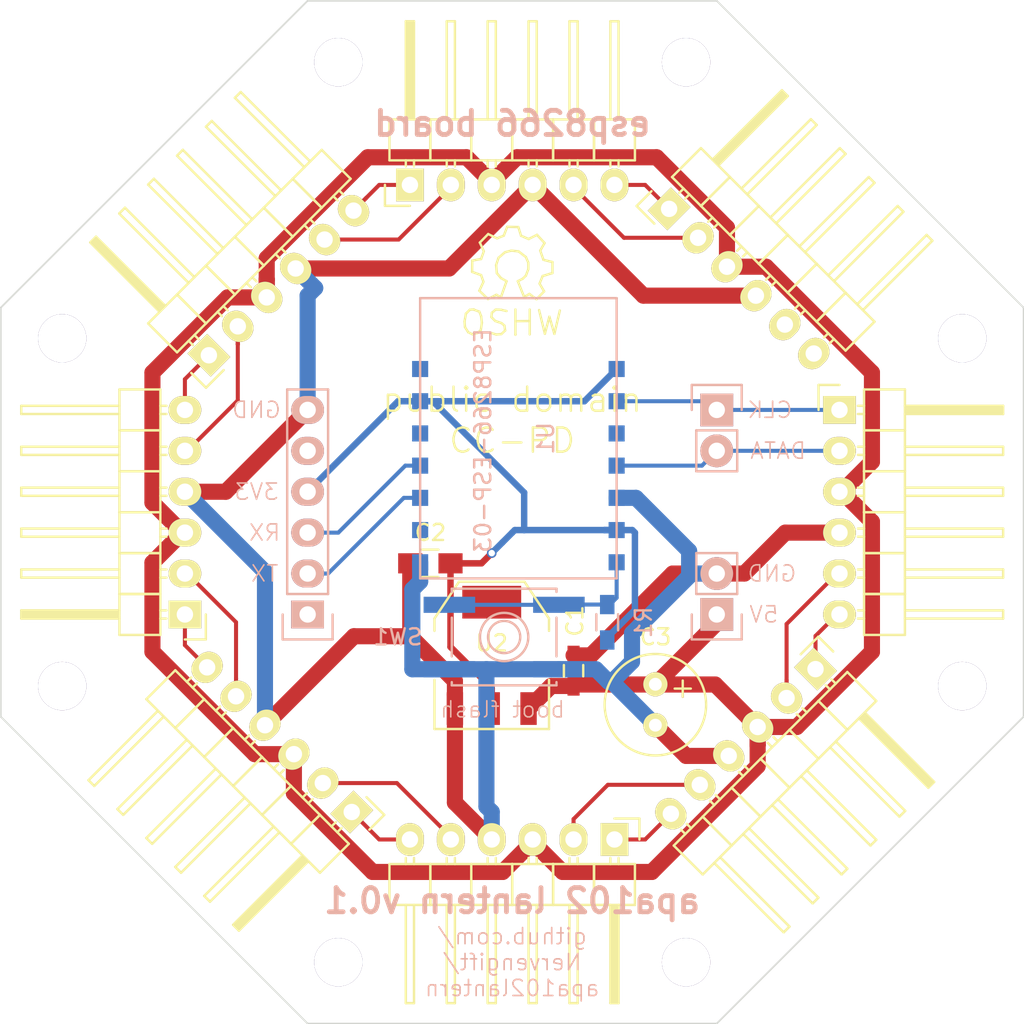
<source format=kicad_pcb>
(kicad_pcb (version 20171130) (host pcbnew "(5.1.12)-1")

  (general
    (thickness 1.6)
    (drawings 22)
    (tracks 210)
    (zones 0)
    (modules 27)
    (nets 30)
  )

  (page A4)
  (title_block
    (title "apa102 lantern esp8266 board")
    (rev 0.1)
  )

  (layers
    (0 F.Cu signal)
    (31 B.Cu signal)
    (32 B.Adhes user hide)
    (33 F.Adhes user hide)
    (34 B.Paste user hide)
    (35 F.Paste user hide)
    (36 B.SilkS user hide)
    (37 F.SilkS user hide)
    (38 B.Mask user hide)
    (39 F.Mask user hide)
    (40 Dwgs.User user hide)
    (41 Cmts.User user hide)
    (42 Eco1.User user hide)
    (43 Eco2.User user hide)
    (44 Edge.Cuts user)
    (45 Margin user hide)
    (46 B.CrtYd user hide)
    (47 F.CrtYd user hide)
    (48 B.Fab user hide)
    (49 F.Fab user hide)
  )

  (setup
    (last_trace_width 0.25)
    (trace_clearance 0.2)
    (zone_clearance 0.508)
    (zone_45_only yes)
    (trace_min 0.2)
    (via_size 0.6)
    (via_drill 0.4)
    (via_min_size 0.4)
    (via_min_drill 0.3)
    (uvia_size 0.3)
    (uvia_drill 0.1)
    (uvias_allowed no)
    (uvia_min_size 0.2)
    (uvia_min_drill 0.1)
    (edge_width 0.1)
    (segment_width 0.2)
    (pcb_text_width 0.3)
    (pcb_text_size 1.5 1.5)
    (mod_edge_width 0.15)
    (mod_text_size 1 1)
    (mod_text_width 0.15)
    (pad_size 1.5 1.5)
    (pad_drill 0.6)
    (pad_to_mask_clearance 0)
    (aux_axis_origin 0 0)
    (visible_elements 7FFFFFFF)
    (pcbplotparams
      (layerselection 0x010f0_80000001)
      (usegerberextensions true)
      (usegerberattributes true)
      (usegerberadvancedattributes true)
      (creategerberjobfile true)
      (excludeedgelayer true)
      (linewidth 0.020000)
      (plotframeref false)
      (viasonmask false)
      (mode 1)
      (useauxorigin false)
      (hpglpennumber 1)
      (hpglpenspeed 20)
      (hpglpendiameter 15.000000)
      (psnegative false)
      (psa4output false)
      (plotreference true)
      (plotvalue false)
      (plotinvisibletext false)
      (padsonsilk false)
      (subtractmaskfromsilk false)
      (outputformat 1)
      (mirror false)
      (drillshape 0)
      (scaleselection 1)
      (outputdirectory ""))
  )

  (net 0 "")
  (net 1 VCC)
  (net 2 GND)
  (net 3 +3V3)
  (net 4 "Net-(P2-Pad1)")
  (net 5 /TX)
  (net 6 /RX)
  (net 7 "Net-(P2-Pad5)")
  (net 8 "Net-(P3-Pad5)")
  (net 9 "Net-(P3-Pad6)")
  (net 10 "Net-(P4-Pad5)")
  (net 11 "Net-(P4-Pad6)")
  (net 12 "Net-(P5-Pad5)")
  (net 13 "Net-(P5-Pad6)")
  (net 14 "Net-(P6-Pad5)")
  (net 15 "Net-(P6-Pad6)")
  (net 16 "Net-(P7-Pad5)")
  (net 17 "Net-(P7-Pad6)")
  (net 18 "Net-(P8-Pad5)")
  (net 19 "Net-(P8-Pad6)")
  (net 20 "Net-(R5-Pad1)")
  (net 21 "Net-(U1-Pad10)")
  (net 22 "Net-(U1-Pad5)")
  (net 23 "Net-(U1-Pad7)")
  (net 24 "Net-(P10-Pad2)")
  (net 25 "Net-(P10-Pad1)")
  (net 26 "Net-(P10-Pad5)")
  (net 27 "Net-(P10-Pad6)")
  (net 28 /CLK)
  (net 29 /MOSI)

  (net_class Default "Dies ist die voreingestellte Netzklasse."
    (clearance 0.2)
    (trace_width 0.25)
    (via_dia 0.6)
    (via_drill 0.4)
    (uvia_dia 0.3)
    (uvia_drill 0.1)
    (add_net /CLK)
    (add_net /MOSI)
    (add_net /RX)
    (add_net /TX)
    (add_net "Net-(P10-Pad1)")
    (add_net "Net-(P10-Pad2)")
    (add_net "Net-(P10-Pad5)")
    (add_net "Net-(P10-Pad6)")
    (add_net "Net-(P2-Pad1)")
    (add_net "Net-(P2-Pad5)")
    (add_net "Net-(P3-Pad5)")
    (add_net "Net-(P3-Pad6)")
    (add_net "Net-(P4-Pad5)")
    (add_net "Net-(P4-Pad6)")
    (add_net "Net-(P5-Pad5)")
    (add_net "Net-(P5-Pad6)")
    (add_net "Net-(P6-Pad5)")
    (add_net "Net-(P6-Pad6)")
    (add_net "Net-(P7-Pad5)")
    (add_net "Net-(P7-Pad6)")
    (add_net "Net-(P8-Pad5)")
    (add_net "Net-(P8-Pad6)")
    (add_net "Net-(R5-Pad1)")
    (add_net "Net-(U1-Pad10)")
    (add_net "Net-(U1-Pad5)")
    (add_net "Net-(U1-Pad7)")
  )

  (net_class 3v3 ""
    (clearance 0.2)
    (trace_width 0.4)
    (via_dia 0.6)
    (via_drill 0.4)
    (uvia_dia 0.3)
    (uvia_drill 0.1)
    (add_net +3V3)
  )

  (net_class vcc ""
    (clearance 0.2)
    (trace_width 1)
    (via_dia 0.6)
    (via_drill 0.4)
    (uvia_dia 0.3)
    (uvia_drill 0.1)
    (add_net GND)
    (add_net VCC)
  )

  (module Mounting_Holes:MountingHole_3mm (layer F.Cu) (tedit 560EE031) (tstamp 560EDF89)
    (at 175.895 67.31)
    (descr "Mounting hole, Befestigungsbohrung, 3mm, No Annular, Kein Restring,")
    (tags "Mounting hole, Befestigungsbohrung, 3mm, No Annular, Kein Restring,")
    (fp_text reference REF**_9 (at 0 -4.0005) (layer F.SilkS) hide
      (effects (font (size 1 1) (thickness 0.15)))
    )
    (fp_text value MountingHole_3mm (at 1.00076 5.00126) (layer F.Fab)
      (effects (font (size 1 1) (thickness 0.15)))
    )
    (fp_circle (center 0 0) (end 3 0) (layer Cmts.User) (width 0.381))
    (pad 1 thru_hole circle (at 0 0) (size 3 3) (drill 3) (layers *.Cu *.Mask))
  )

  (module Mounting_Holes:MountingHole_3mm (layer F.Cu) (tedit 560EE028) (tstamp 560EDF84)
    (at 154.305 67.31)
    (descr "Mounting hole, Befestigungsbohrung, 3mm, No Annular, Kein Restring,")
    (tags "Mounting hole, Befestigungsbohrung, 3mm, No Annular, Kein Restring,")
    (fp_text reference REF**_8 (at 0 -4.0005) (layer F.SilkS) hide
      (effects (font (size 1 1) (thickness 0.15)))
    )
    (fp_text value MountingHole_3mm (at 1.00076 5.00126) (layer F.Fab)
      (effects (font (size 1 1) (thickness 0.15)))
    )
    (fp_circle (center 0 0) (end 3 0) (layer Cmts.User) (width 0.381))
    (pad 1 thru_hole circle (at 0 0) (size 3 3) (drill 3) (layers *.Cu *.Mask))
  )

  (module Mounting_Holes:MountingHole_3mm (layer F.Cu) (tedit 560EE012) (tstamp 560EDF6F)
    (at 137.16 106.045)
    (descr "Mounting hole, Befestigungsbohrung, 3mm, No Annular, Kein Restring,")
    (tags "Mounting hole, Befestigungsbohrung, 3mm, No Annular, Kein Restring,")
    (fp_text reference REF**_7 (at 0 -4.0005) (layer F.SilkS) hide
      (effects (font (size 1 1) (thickness 0.15)))
    )
    (fp_text value MountingHole_3mm (at 1.00076 5.00126) (layer F.Fab)
      (effects (font (size 1 1) (thickness 0.15)))
    )
    (fp_circle (center 0 0) (end 3 0) (layer Cmts.User) (width 0.381))
    (pad 1 thru_hole circle (at 0 0) (size 3 3) (drill 3) (layers *.Cu *.Mask))
  )

  (module Mounting_Holes:MountingHole_3mm (layer F.Cu) (tedit 560EE01D) (tstamp 560EDF6A)
    (at 137.16 84.455)
    (descr "Mounting hole, Befestigungsbohrung, 3mm, No Annular, Kein Restring,")
    (tags "Mounting hole, Befestigungsbohrung, 3mm, No Annular, Kein Restring,")
    (fp_text reference REF**_6 (at 0 -4.0005) (layer F.SilkS) hide
      (effects (font (size 1 1) (thickness 0.15)))
    )
    (fp_text value MountingHole_3mm (at 1.00076 5.00126) (layer F.Fab)
      (effects (font (size 1 1) (thickness 0.15)))
    )
    (fp_circle (center 0 0) (end 3 0) (layer Cmts.User) (width 0.381))
    (pad 1 thru_hole circle (at 0 0) (size 3 3) (drill 3) (layers *.Cu *.Mask))
  )

  (module Mounting_Holes:MountingHole_3mm (layer F.Cu) (tedit 560EE03C) (tstamp 560EDF3B)
    (at 193.04 84.455)
    (descr "Mounting hole, Befestigungsbohrung, 3mm, No Annular, Kein Restring,")
    (tags "Mounting hole, Befestigungsbohrung, 3mm, No Annular, Kein Restring,")
    (fp_text reference REF**_5 (at 0 -4.0005) (layer F.SilkS) hide
      (effects (font (size 1 1) (thickness 0.15)))
    )
    (fp_text value MountingHole_3mm (at 1.00076 5.00126) (layer F.Fab)
      (effects (font (size 1 1) (thickness 0.15)))
    )
    (fp_circle (center 0 0) (end 3 0) (layer Cmts.User) (width 0.381))
    (pad 1 thru_hole circle (at 0 0) (size 3 3) (drill 3) (layers *.Cu *.Mask))
  )

  (module Mounting_Holes:MountingHole_3mm (layer F.Cu) (tedit 560EE049) (tstamp 560EDF24)
    (at 193.04 106.045)
    (descr "Mounting hole, Befestigungsbohrung, 3mm, No Annular, Kein Restring,")
    (tags "Mounting hole, Befestigungsbohrung, 3mm, No Annular, Kein Restring,")
    (fp_text reference REF**_4 (at 0 -4.0005) (layer F.SilkS) hide
      (effects (font (size 1 1) (thickness 0.15)))
    )
    (fp_text value MountingHole_3mm (at 1.00076 5.00126) (layer F.Fab)
      (effects (font (size 1 1) (thickness 0.15)))
    )
    (fp_circle (center 0 0) (end 3 0) (layer Cmts.User) (width 0.381))
    (pad 1 thru_hole circle (at 0 0) (size 3 3) (drill 3) (layers *.Cu *.Mask))
  )

  (module Mounting_Holes:MountingHole_3mm (layer F.Cu) (tedit 560EE05A) (tstamp 560EDF1E)
    (at 154.305 123.19)
    (descr "Mounting hole, Befestigungsbohrung, 3mm, No Annular, Kein Restring,")
    (tags "Mounting hole, Befestigungsbohrung, 3mm, No Annular, Kein Restring,")
    (fp_text reference REF**_3 (at 0 -4.0005) (layer F.SilkS) hide
      (effects (font (size 1 1) (thickness 0.15)))
    )
    (fp_text value MountingHole_3mm (at 1.00076 5.00126) (layer F.Fab)
      (effects (font (size 1 1) (thickness 0.15)))
    )
    (fp_circle (center 0 0) (end 3 0) (layer Cmts.User) (width 0.381))
    (pad 1 thru_hole circle (at 0 0) (size 3 3) (drill 3) (layers *.Cu *.Mask))
  )

  (module Capacitors_SMD:C_0603_HandSoldering (layer F.Cu) (tedit 541A9B4D) (tstamp 560C5473)
    (at 168.91 105.09 90)
    (descr "Capacitor SMD 0603, hand soldering")
    (tags "capacitor 0603")
    (path /560CA788)
    (attr smd)
    (fp_text reference C1 (at 3.09 0.09 90) (layer F.SilkS)
      (effects (font (size 1 1) (thickness 0.15)))
    )
    (fp_text value 100n (at 0 1.9 90) (layer F.Fab)
      (effects (font (size 1 1) (thickness 0.15)))
    )
    (fp_line (start 0.35 0.6) (end -0.35 0.6) (layer F.SilkS) (width 0.15))
    (fp_line (start -0.35 -0.6) (end 0.35 -0.6) (layer F.SilkS) (width 0.15))
    (fp_line (start 1.85 -0.75) (end 1.85 0.75) (layer F.CrtYd) (width 0.05))
    (fp_line (start -1.85 -0.75) (end -1.85 0.75) (layer F.CrtYd) (width 0.05))
    (fp_line (start -1.85 0.75) (end 1.85 0.75) (layer F.CrtYd) (width 0.05))
    (fp_line (start -1.85 -0.75) (end 1.85 -0.75) (layer F.CrtYd) (width 0.05))
    (pad 1 smd rect (at -0.95 0 90) (size 1.2 0.75) (layers F.Cu F.Paste F.Mask)
      (net 1 VCC))
    (pad 2 smd rect (at 0.95 0 90) (size 1.2 0.75) (layers F.Cu F.Paste F.Mask)
      (net 2 GND))
    (model Capacitors_SMD.3dshapes/C_0603_HandSoldering.wrl
      (at (xyz 0 0 0))
      (scale (xyz 1 1 1))
      (rotate (xyz 0 0 0))
    )
  )

  (module Pin_Headers:Pin_Header_Angled_1x06 (layer F.Cu) (tedit 560EEC60) (tstamp 560C69E0)
    (at 174.843 76.4179 45)
    (descr "Through hole pin header")
    (tags "pin header")
    (path /560D9EEC)
    (fp_text reference P10 (at 0 -5.1 45) (layer F.SilkS) hide
      (effects (font (size 1 1) (thickness 0.15)))
    )
    (fp_text value CONN_01X06 (at 0 -3.1 45) (layer F.Fab)
      (effects (font (size 1 1) (thickness 0.15)))
    )
    (fp_line (start 1.524 3.81) (end 4.064 3.81) (layer F.SilkS) (width 0.15))
    (fp_line (start 1.524 3.81) (end 1.524 6.35) (layer F.SilkS) (width 0.15))
    (fp_line (start 1.524 6.35) (end 4.064 6.35) (layer F.SilkS) (width 0.15))
    (fp_line (start 4.064 4.826) (end 10.16 4.826) (layer F.SilkS) (width 0.15))
    (fp_line (start 10.16 4.826) (end 10.16 5.334) (layer F.SilkS) (width 0.15))
    (fp_line (start 10.16 5.334) (end 4.064 5.334) (layer F.SilkS) (width 0.15))
    (fp_line (start 4.064 6.35) (end 4.064 3.81) (layer F.SilkS) (width 0.15))
    (fp_line (start 4.064 8.89) (end 4.064 6.35) (layer F.SilkS) (width 0.15))
    (fp_line (start 10.16 7.874) (end 4.064 7.874) (layer F.SilkS) (width 0.15))
    (fp_line (start 10.16 7.366) (end 10.16 7.874) (layer F.SilkS) (width 0.15))
    (fp_line (start 4.064 7.366) (end 10.16 7.366) (layer F.SilkS) (width 0.15))
    (fp_line (start 1.524 8.89) (end 4.064 8.89) (layer F.SilkS) (width 0.15))
    (fp_line (start 1.524 6.35) (end 1.524 8.89) (layer F.SilkS) (width 0.15))
    (fp_line (start 1.524 6.35) (end 4.064 6.35) (layer F.SilkS) (width 0.15))
    (fp_line (start 1.524 11.43) (end 4.064 11.43) (layer F.SilkS) (width 0.15))
    (fp_line (start 1.524 11.43) (end 1.524 13.97) (layer F.SilkS) (width 0.15))
    (fp_line (start 1.524 13.97) (end 4.064 13.97) (layer F.SilkS) (width 0.15))
    (fp_line (start 4.064 12.446) (end 10.16 12.446) (layer F.SilkS) (width 0.15))
    (fp_line (start 10.16 12.446) (end 10.16 12.954) (layer F.SilkS) (width 0.15))
    (fp_line (start 10.16 12.954) (end 4.064 12.954) (layer F.SilkS) (width 0.15))
    (fp_line (start 4.064 13.97) (end 4.064 11.43) (layer F.SilkS) (width 0.15))
    (fp_line (start 4.064 11.43) (end 4.064 8.89) (layer F.SilkS) (width 0.15))
    (fp_line (start 10.16 10.414) (end 4.064 10.414) (layer F.SilkS) (width 0.15))
    (fp_line (start 10.16 9.906) (end 10.16 10.414) (layer F.SilkS) (width 0.15))
    (fp_line (start 4.064 9.906) (end 10.16 9.906) (layer F.SilkS) (width 0.15))
    (fp_line (start 1.524 11.43) (end 4.064 11.43) (layer F.SilkS) (width 0.15))
    (fp_line (start 1.524 8.89) (end 1.524 11.43) (layer F.SilkS) (width 0.15))
    (fp_line (start 1.524 8.89) (end 4.064 8.89) (layer F.SilkS) (width 0.15))
    (fp_line (start 1.524 -1.27) (end 1.524 1.27) (layer F.SilkS) (width 0.15))
    (fp_line (start 1.524 1.27) (end 4.064 1.27) (layer F.SilkS) (width 0.15))
    (fp_line (start 4.064 -0.254) (end 10.16 -0.254) (layer F.SilkS) (width 0.15))
    (fp_line (start 10.16 -0.254) (end 10.16 0.254) (layer F.SilkS) (width 0.15))
    (fp_line (start 10.16 0.254) (end 4.064 0.254) (layer F.SilkS) (width 0.15))
    (fp_line (start 4.064 1.27) (end 4.064 -1.27) (layer F.SilkS) (width 0.15))
    (fp_line (start 4.064 3.81) (end 4.064 1.27) (layer F.SilkS) (width 0.15))
    (fp_line (start 10.16 2.794) (end 4.064 2.794) (layer F.SilkS) (width 0.15))
    (fp_line (start 10.16 2.286) (end 10.16 2.794) (layer F.SilkS) (width 0.15))
    (fp_line (start 4.064 2.286) (end 10.16 2.286) (layer F.SilkS) (width 0.15))
    (fp_line (start 1.524 3.81) (end 4.064 3.81) (layer F.SilkS) (width 0.15))
    (fp_line (start 1.524 1.27) (end 1.524 3.81) (layer F.SilkS) (width 0.15))
    (fp_line (start 1.524 1.27) (end 4.064 1.27) (layer F.SilkS) (width 0.15))
    (fp_line (start 1.524 -1.27) (end 4.064 -1.27) (layer F.SilkS) (width 0.15))
    (fp_line (start 1.524 7.366) (end 1.143 7.366) (layer F.SilkS) (width 0.15))
    (fp_line (start 1.524 7.874) (end 1.143 7.874) (layer F.SilkS) (width 0.15))
    (fp_line (start 1.524 9.906) (end 1.143 9.906) (layer F.SilkS) (width 0.15))
    (fp_line (start 1.524 10.414) (end 1.143 10.414) (layer F.SilkS) (width 0.15))
    (fp_line (start 1.524 12.446) (end 1.143 12.446) (layer F.SilkS) (width 0.15))
    (fp_line (start 1.524 12.954) (end 1.143 12.954) (layer F.SilkS) (width 0.15))
    (fp_line (start 1.524 5.334) (end 1.143 5.334) (layer F.SilkS) (width 0.15))
    (fp_line (start 1.524 4.826) (end 1.143 4.826) (layer F.SilkS) (width 0.15))
    (fp_line (start 1.524 2.794) (end 1.143 2.794) (layer F.SilkS) (width 0.15))
    (fp_line (start 1.524 2.286) (end 1.143 2.286) (layer F.SilkS) (width 0.15))
    (fp_line (start 1.524 0.254) (end 1.143 0.254) (layer F.SilkS) (width 0.15))
    (fp_line (start 1.524 -0.254) (end 1.143 -0.254) (layer F.SilkS) (width 0.15))
    (fp_line (start 4.191 0) (end 10.033 0) (layer F.SilkS) (width 0.15))
    (fp_line (start 4.191 0.127) (end 4.191 0) (layer F.SilkS) (width 0.15))
    (fp_line (start 10.033 0.127) (end 4.191 0.127) (layer F.SilkS) (width 0.15))
    (fp_line (start 10.033 -0.127) (end 10.033 0.127) (layer F.SilkS) (width 0.15))
    (fp_line (start 4.191 -0.127) (end 10.033 -0.127) (layer F.SilkS) (width 0.15))
    (fp_line (start 0 -1.55) (end -1.3 -1.55) (layer F.SilkS) (width 0.15))
    (fp_line (start -1.3 -1.55) (end -1.3 0) (layer F.SilkS) (width 0.15))
    (fp_line (start -1.5 14.45) (end 10.65 14.45) (layer F.CrtYd) (width 0.05))
    (fp_line (start -1.5 -1.75) (end 10.65 -1.75) (layer F.CrtYd) (width 0.05))
    (fp_line (start 10.65 -1.75) (end 10.65 14.45) (layer F.CrtYd) (width 0.05))
    (fp_line (start -1.5 -1.75) (end -1.5 14.45) (layer F.CrtYd) (width 0.05))
    (pad 1 thru_hole rect (at 0 0 45) (size 2.032 1.7272) (drill 1.016) (layers *.Cu *.Mask F.SilkS)
      (net 25 "Net-(P10-Pad1)"))
    (pad 2 thru_hole oval (at 0 2.54 45) (size 2.032 1.7272) (drill 1.016) (layers *.Cu *.Mask F.SilkS)
      (net 24 "Net-(P10-Pad2)"))
    (pad 3 thru_hole oval (at 0 5.08 45) (size 2.032 1.7272) (drill 1.016) (layers *.Cu *.Mask F.SilkS)
      (net 1 VCC))
    (pad 4 thru_hole oval (at 0 7.62 45) (size 2.032 1.7272) (drill 1.016) (layers *.Cu *.Mask F.SilkS)
      (net 2 GND))
    (pad 5 thru_hole oval (at 0 10.16 45) (size 2.032 1.7272) (drill 1.016) (layers *.Cu *.Mask F.SilkS)
      (net 26 "Net-(P10-Pad5)"))
    (pad 6 thru_hole oval (at 0 12.7 45) (size 2.032 1.7272) (drill 1.016) (layers *.Cu *.Mask F.SilkS)
      (net 27 "Net-(P10-Pad6)"))
    (model Pin_Headers.3dshapes/Pin_Header_Angled_1x06.wrl
      (offset (xyz 0 -6.349999904632568 0))
      (scale (xyz 1 1 1))
      (rotate (xyz 0 0 90))
    )
  )

  (module Pin_Headers:Pin_Header_Angled_1x06 (layer F.Cu) (tedit 560EEC4B) (tstamp 560C5526)
    (at 185.42 88.9)
    (descr "Through hole pin header")
    (tags "pin header")
    (path /560BB5C0)
    (fp_text reference P3 (at 0 -5.1) (layer F.SilkS) hide
      (effects (font (size 1 1) (thickness 0.15)))
    )
    (fp_text value CONN_01X06 (at 0 -3.1) (layer F.Fab)
      (effects (font (size 1 1) (thickness 0.15)))
    )
    (fp_line (start 1.524 3.81) (end 4.064 3.81) (layer F.SilkS) (width 0.15))
    (fp_line (start 1.524 3.81) (end 1.524 6.35) (layer F.SilkS) (width 0.15))
    (fp_line (start 1.524 6.35) (end 4.064 6.35) (layer F.SilkS) (width 0.15))
    (fp_line (start 4.064 4.826) (end 10.16 4.826) (layer F.SilkS) (width 0.15))
    (fp_line (start 10.16 4.826) (end 10.16 5.334) (layer F.SilkS) (width 0.15))
    (fp_line (start 10.16 5.334) (end 4.064 5.334) (layer F.SilkS) (width 0.15))
    (fp_line (start 4.064 6.35) (end 4.064 3.81) (layer F.SilkS) (width 0.15))
    (fp_line (start 4.064 8.89) (end 4.064 6.35) (layer F.SilkS) (width 0.15))
    (fp_line (start 10.16 7.874) (end 4.064 7.874) (layer F.SilkS) (width 0.15))
    (fp_line (start 10.16 7.366) (end 10.16 7.874) (layer F.SilkS) (width 0.15))
    (fp_line (start 4.064 7.366) (end 10.16 7.366) (layer F.SilkS) (width 0.15))
    (fp_line (start 1.524 8.89) (end 4.064 8.89) (layer F.SilkS) (width 0.15))
    (fp_line (start 1.524 6.35) (end 1.524 8.89) (layer F.SilkS) (width 0.15))
    (fp_line (start 1.524 6.35) (end 4.064 6.35) (layer F.SilkS) (width 0.15))
    (fp_line (start 1.524 11.43) (end 4.064 11.43) (layer F.SilkS) (width 0.15))
    (fp_line (start 1.524 11.43) (end 1.524 13.97) (layer F.SilkS) (width 0.15))
    (fp_line (start 1.524 13.97) (end 4.064 13.97) (layer F.SilkS) (width 0.15))
    (fp_line (start 4.064 12.446) (end 10.16 12.446) (layer F.SilkS) (width 0.15))
    (fp_line (start 10.16 12.446) (end 10.16 12.954) (layer F.SilkS) (width 0.15))
    (fp_line (start 10.16 12.954) (end 4.064 12.954) (layer F.SilkS) (width 0.15))
    (fp_line (start 4.064 13.97) (end 4.064 11.43) (layer F.SilkS) (width 0.15))
    (fp_line (start 4.064 11.43) (end 4.064 8.89) (layer F.SilkS) (width 0.15))
    (fp_line (start 10.16 10.414) (end 4.064 10.414) (layer F.SilkS) (width 0.15))
    (fp_line (start 10.16 9.906) (end 10.16 10.414) (layer F.SilkS) (width 0.15))
    (fp_line (start 4.064 9.906) (end 10.16 9.906) (layer F.SilkS) (width 0.15))
    (fp_line (start 1.524 11.43) (end 4.064 11.43) (layer F.SilkS) (width 0.15))
    (fp_line (start 1.524 8.89) (end 1.524 11.43) (layer F.SilkS) (width 0.15))
    (fp_line (start 1.524 8.89) (end 4.064 8.89) (layer F.SilkS) (width 0.15))
    (fp_line (start 1.524 -1.27) (end 1.524 1.27) (layer F.SilkS) (width 0.15))
    (fp_line (start 1.524 1.27) (end 4.064 1.27) (layer F.SilkS) (width 0.15))
    (fp_line (start 4.064 -0.254) (end 10.16 -0.254) (layer F.SilkS) (width 0.15))
    (fp_line (start 10.16 -0.254) (end 10.16 0.254) (layer F.SilkS) (width 0.15))
    (fp_line (start 10.16 0.254) (end 4.064 0.254) (layer F.SilkS) (width 0.15))
    (fp_line (start 4.064 1.27) (end 4.064 -1.27) (layer F.SilkS) (width 0.15))
    (fp_line (start 4.064 3.81) (end 4.064 1.27) (layer F.SilkS) (width 0.15))
    (fp_line (start 10.16 2.794) (end 4.064 2.794) (layer F.SilkS) (width 0.15))
    (fp_line (start 10.16 2.286) (end 10.16 2.794) (layer F.SilkS) (width 0.15))
    (fp_line (start 4.064 2.286) (end 10.16 2.286) (layer F.SilkS) (width 0.15))
    (fp_line (start 1.524 3.81) (end 4.064 3.81) (layer F.SilkS) (width 0.15))
    (fp_line (start 1.524 1.27) (end 1.524 3.81) (layer F.SilkS) (width 0.15))
    (fp_line (start 1.524 1.27) (end 4.064 1.27) (layer F.SilkS) (width 0.15))
    (fp_line (start 1.524 -1.27) (end 4.064 -1.27) (layer F.SilkS) (width 0.15))
    (fp_line (start 1.524 7.366) (end 1.143 7.366) (layer F.SilkS) (width 0.15))
    (fp_line (start 1.524 7.874) (end 1.143 7.874) (layer F.SilkS) (width 0.15))
    (fp_line (start 1.524 9.906) (end 1.143 9.906) (layer F.SilkS) (width 0.15))
    (fp_line (start 1.524 10.414) (end 1.143 10.414) (layer F.SilkS) (width 0.15))
    (fp_line (start 1.524 12.446) (end 1.143 12.446) (layer F.SilkS) (width 0.15))
    (fp_line (start 1.524 12.954) (end 1.143 12.954) (layer F.SilkS) (width 0.15))
    (fp_line (start 1.524 5.334) (end 1.143 5.334) (layer F.SilkS) (width 0.15))
    (fp_line (start 1.524 4.826) (end 1.143 4.826) (layer F.SilkS) (width 0.15))
    (fp_line (start 1.524 2.794) (end 1.143 2.794) (layer F.SilkS) (width 0.15))
    (fp_line (start 1.524 2.286) (end 1.143 2.286) (layer F.SilkS) (width 0.15))
    (fp_line (start 1.524 0.254) (end 1.143 0.254) (layer F.SilkS) (width 0.15))
    (fp_line (start 1.524 -0.254) (end 1.143 -0.254) (layer F.SilkS) (width 0.15))
    (fp_line (start 4.191 0) (end 10.033 0) (layer F.SilkS) (width 0.15))
    (fp_line (start 4.191 0.127) (end 4.191 0) (layer F.SilkS) (width 0.15))
    (fp_line (start 10.033 0.127) (end 4.191 0.127) (layer F.SilkS) (width 0.15))
    (fp_line (start 10.033 -0.127) (end 10.033 0.127) (layer F.SilkS) (width 0.15))
    (fp_line (start 4.191 -0.127) (end 10.033 -0.127) (layer F.SilkS) (width 0.15))
    (fp_line (start 0 -1.55) (end -1.3 -1.55) (layer F.SilkS) (width 0.15))
    (fp_line (start -1.3 -1.55) (end -1.3 0) (layer F.SilkS) (width 0.15))
    (fp_line (start -1.5 14.45) (end 10.65 14.45) (layer F.CrtYd) (width 0.05))
    (fp_line (start -1.5 -1.75) (end 10.65 -1.75) (layer F.CrtYd) (width 0.05))
    (fp_line (start 10.65 -1.75) (end 10.65 14.45) (layer F.CrtYd) (width 0.05))
    (fp_line (start -1.5 -1.75) (end -1.5 14.45) (layer F.CrtYd) (width 0.05))
    (pad 1 thru_hole rect (at 0 0) (size 2.032 1.7272) (drill 1.016) (layers *.Cu *.Mask F.SilkS)
      (net 28 /CLK))
    (pad 2 thru_hole oval (at 0 2.54) (size 2.032 1.7272) (drill 1.016) (layers *.Cu *.Mask F.SilkS)
      (net 29 /MOSI))
    (pad 3 thru_hole oval (at 0 5.08) (size 2.032 1.7272) (drill 1.016) (layers *.Cu *.Mask F.SilkS)
      (net 1 VCC))
    (pad 4 thru_hole oval (at 0 7.62) (size 2.032 1.7272) (drill 1.016) (layers *.Cu *.Mask F.SilkS)
      (net 2 GND))
    (pad 5 thru_hole oval (at 0 10.16) (size 2.032 1.7272) (drill 1.016) (layers *.Cu *.Mask F.SilkS)
      (net 8 "Net-(P3-Pad5)"))
    (pad 6 thru_hole oval (at 0 12.7) (size 2.032 1.7272) (drill 1.016) (layers *.Cu *.Mask F.SilkS)
      (net 9 "Net-(P3-Pad6)"))
    (model Pin_Headers.3dshapes/Pin_Header_Angled_1x06.wrl
      (offset (xyz 0 -6.349999904632568 0))
      (scale (xyz 1 1 1))
      (rotate (xyz 0 0 90))
    )
  )

  (module Pin_Headers:Pin_Header_Angled_1x06 (layer F.Cu) (tedit 560EEC56) (tstamp 560C5571)
    (at 183.932 104.993 315)
    (descr "Through hole pin header")
    (tags "pin header")
    (path /560BB606)
    (fp_text reference P4 (at 0 -5.1 315) (layer F.SilkS) hide
      (effects (font (size 1 1) (thickness 0.15)))
    )
    (fp_text value CONN_01X06 (at 0 -3.1 315) (layer F.Fab)
      (effects (font (size 1 1) (thickness 0.15)))
    )
    (fp_line (start 1.524 3.81) (end 4.064 3.81) (layer F.SilkS) (width 0.15))
    (fp_line (start 1.524 3.81) (end 1.524 6.35) (layer F.SilkS) (width 0.15))
    (fp_line (start 1.524 6.35) (end 4.064 6.35) (layer F.SilkS) (width 0.15))
    (fp_line (start 4.064 4.826) (end 10.16 4.826) (layer F.SilkS) (width 0.15))
    (fp_line (start 10.16 4.826) (end 10.16 5.334) (layer F.SilkS) (width 0.15))
    (fp_line (start 10.16 5.334) (end 4.064 5.334) (layer F.SilkS) (width 0.15))
    (fp_line (start 4.064 6.35) (end 4.064 3.81) (layer F.SilkS) (width 0.15))
    (fp_line (start 4.064 8.89) (end 4.064 6.35) (layer F.SilkS) (width 0.15))
    (fp_line (start 10.16 7.874) (end 4.064 7.874) (layer F.SilkS) (width 0.15))
    (fp_line (start 10.16 7.366) (end 10.16 7.874) (layer F.SilkS) (width 0.15))
    (fp_line (start 4.064 7.366) (end 10.16 7.366) (layer F.SilkS) (width 0.15))
    (fp_line (start 1.524 8.89) (end 4.064 8.89) (layer F.SilkS) (width 0.15))
    (fp_line (start 1.524 6.35) (end 1.524 8.89) (layer F.SilkS) (width 0.15))
    (fp_line (start 1.524 6.35) (end 4.064 6.35) (layer F.SilkS) (width 0.15))
    (fp_line (start 1.524 11.43) (end 4.064 11.43) (layer F.SilkS) (width 0.15))
    (fp_line (start 1.524 11.43) (end 1.524 13.97) (layer F.SilkS) (width 0.15))
    (fp_line (start 1.524 13.97) (end 4.064 13.97) (layer F.SilkS) (width 0.15))
    (fp_line (start 4.064 12.446) (end 10.16 12.446) (layer F.SilkS) (width 0.15))
    (fp_line (start 10.16 12.446) (end 10.16 12.954) (layer F.SilkS) (width 0.15))
    (fp_line (start 10.16 12.954) (end 4.064 12.954) (layer F.SilkS) (width 0.15))
    (fp_line (start 4.064 13.97) (end 4.064 11.43) (layer F.SilkS) (width 0.15))
    (fp_line (start 4.064 11.43) (end 4.064 8.89) (layer F.SilkS) (width 0.15))
    (fp_line (start 10.16 10.414) (end 4.064 10.414) (layer F.SilkS) (width 0.15))
    (fp_line (start 10.16 9.906) (end 10.16 10.414) (layer F.SilkS) (width 0.15))
    (fp_line (start 4.064 9.906) (end 10.16 9.906) (layer F.SilkS) (width 0.15))
    (fp_line (start 1.524 11.43) (end 4.064 11.43) (layer F.SilkS) (width 0.15))
    (fp_line (start 1.524 8.89) (end 1.524 11.43) (layer F.SilkS) (width 0.15))
    (fp_line (start 1.524 8.89) (end 4.064 8.89) (layer F.SilkS) (width 0.15))
    (fp_line (start 1.524 -1.27) (end 1.524 1.27) (layer F.SilkS) (width 0.15))
    (fp_line (start 1.524 1.27) (end 4.064 1.27) (layer F.SilkS) (width 0.15))
    (fp_line (start 4.064 -0.254) (end 10.16 -0.254) (layer F.SilkS) (width 0.15))
    (fp_line (start 10.16 -0.254) (end 10.16 0.254) (layer F.SilkS) (width 0.15))
    (fp_line (start 10.16 0.254) (end 4.064 0.254) (layer F.SilkS) (width 0.15))
    (fp_line (start 4.064 1.27) (end 4.064 -1.27) (layer F.SilkS) (width 0.15))
    (fp_line (start 4.064 3.81) (end 4.064 1.27) (layer F.SilkS) (width 0.15))
    (fp_line (start 10.16 2.794) (end 4.064 2.794) (layer F.SilkS) (width 0.15))
    (fp_line (start 10.16 2.286) (end 10.16 2.794) (layer F.SilkS) (width 0.15))
    (fp_line (start 4.064 2.286) (end 10.16 2.286) (layer F.SilkS) (width 0.15))
    (fp_line (start 1.524 3.81) (end 4.064 3.81) (layer F.SilkS) (width 0.15))
    (fp_line (start 1.524 1.27) (end 1.524 3.81) (layer F.SilkS) (width 0.15))
    (fp_line (start 1.524 1.27) (end 4.064 1.27) (layer F.SilkS) (width 0.15))
    (fp_line (start 1.524 -1.27) (end 4.064 -1.27) (layer F.SilkS) (width 0.15))
    (fp_line (start 1.524 7.366) (end 1.143 7.366) (layer F.SilkS) (width 0.15))
    (fp_line (start 1.524 7.874) (end 1.143 7.874) (layer F.SilkS) (width 0.15))
    (fp_line (start 1.524 9.906) (end 1.143 9.906) (layer F.SilkS) (width 0.15))
    (fp_line (start 1.524 10.414) (end 1.143 10.414) (layer F.SilkS) (width 0.15))
    (fp_line (start 1.524 12.446) (end 1.143 12.446) (layer F.SilkS) (width 0.15))
    (fp_line (start 1.524 12.954) (end 1.143 12.954) (layer F.SilkS) (width 0.15))
    (fp_line (start 1.524 5.334) (end 1.143 5.334) (layer F.SilkS) (width 0.15))
    (fp_line (start 1.524 4.826) (end 1.143 4.826) (layer F.SilkS) (width 0.15))
    (fp_line (start 1.524 2.794) (end 1.143 2.794) (layer F.SilkS) (width 0.15))
    (fp_line (start 1.524 2.286) (end 1.143 2.286) (layer F.SilkS) (width 0.15))
    (fp_line (start 1.524 0.254) (end 1.143 0.254) (layer F.SilkS) (width 0.15))
    (fp_line (start 1.524 -0.254) (end 1.143 -0.254) (layer F.SilkS) (width 0.15))
    (fp_line (start 4.191 0) (end 10.033 0) (layer F.SilkS) (width 0.15))
    (fp_line (start 4.191 0.127) (end 4.191 0) (layer F.SilkS) (width 0.15))
    (fp_line (start 10.033 0.127) (end 4.191 0.127) (layer F.SilkS) (width 0.15))
    (fp_line (start 10.033 -0.127) (end 10.033 0.127) (layer F.SilkS) (width 0.15))
    (fp_line (start 4.191 -0.127) (end 10.033 -0.127) (layer F.SilkS) (width 0.15))
    (fp_line (start 0 -1.55) (end -1.3 -1.55) (layer F.SilkS) (width 0.15))
    (fp_line (start -1.3 -1.55) (end -1.3 0) (layer F.SilkS) (width 0.15))
    (fp_line (start -1.5 14.45) (end 10.65 14.45) (layer F.CrtYd) (width 0.05))
    (fp_line (start -1.5 -1.75) (end 10.65 -1.75) (layer F.CrtYd) (width 0.05))
    (fp_line (start 10.65 -1.75) (end 10.65 14.45) (layer F.CrtYd) (width 0.05))
    (fp_line (start -1.5 -1.75) (end -1.5 14.45) (layer F.CrtYd) (width 0.05))
    (pad 1 thru_hole rect (at 0 0 315) (size 2.032 1.7272) (drill 1.016) (layers *.Cu *.Mask F.SilkS)
      (net 9 "Net-(P3-Pad6)"))
    (pad 2 thru_hole oval (at 0 2.54 315) (size 2.032 1.7272) (drill 1.016) (layers *.Cu *.Mask F.SilkS)
      (net 8 "Net-(P3-Pad5)"))
    (pad 3 thru_hole oval (at 0 5.08 315) (size 2.032 1.7272) (drill 1.016) (layers *.Cu *.Mask F.SilkS)
      (net 1 VCC))
    (pad 4 thru_hole oval (at 0 7.62 315) (size 2.032 1.7272) (drill 1.016) (layers *.Cu *.Mask F.SilkS)
      (net 2 GND))
    (pad 5 thru_hole oval (at 0 10.16 315) (size 2.032 1.7272) (drill 1.016) (layers *.Cu *.Mask F.SilkS)
      (net 10 "Net-(P4-Pad5)"))
    (pad 6 thru_hole oval (at 0 12.7 315) (size 2.032 1.7272) (drill 1.016) (layers *.Cu *.Mask F.SilkS)
      (net 11 "Net-(P4-Pad6)"))
    (model Pin_Headers.3dshapes/Pin_Header_Angled_1x06.wrl
      (offset (xyz 0 -6.349999904632568 0))
      (scale (xyz 1 1 1))
      (rotate (xyz 0 0 90))
    )
  )

  (module Pin_Headers:Pin_Header_Straight_1x02 (layer B.Cu) (tedit 56141350) (tstamp 560C5490)
    (at 177.8 101.6)
    (descr "Through hole pin header")
    (tags "pin header")
    (path /560CC6CB)
    (fp_text reference P1 (at 0 3.048) (layer B.SilkS) hide
      (effects (font (size 1 1) (thickness 0.15)) (justify mirror))
    )
    (fp_text value CONN_01X02 (at 0 3.1) (layer B.Fab)
      (effects (font (size 1 1) (thickness 0.15)) (justify mirror))
    )
    (fp_line (start -1.27 -3.81) (end 1.27 -3.81) (layer B.SilkS) (width 0.15))
    (fp_line (start -1.27 -1.27) (end -1.27 -3.81) (layer B.SilkS) (width 0.15))
    (fp_line (start -1.55 1.55) (end 1.55 1.55) (layer B.SilkS) (width 0.15))
    (fp_line (start -1.55 0) (end -1.55 1.55) (layer B.SilkS) (width 0.15))
    (fp_line (start 1.27 -1.27) (end -1.27 -1.27) (layer B.SilkS) (width 0.15))
    (fp_line (start -1.75 -4.3) (end 1.75 -4.3) (layer B.CrtYd) (width 0.05))
    (fp_line (start -1.75 1.75) (end 1.75 1.75) (layer B.CrtYd) (width 0.05))
    (fp_line (start 1.75 1.75) (end 1.75 -4.3) (layer B.CrtYd) (width 0.05))
    (fp_line (start -1.75 1.75) (end -1.75 -4.3) (layer B.CrtYd) (width 0.05))
    (fp_line (start 1.55 1.55) (end 1.55 0) (layer B.SilkS) (width 0.15))
    (fp_line (start 1.27 -1.27) (end 1.27 -3.81) (layer B.SilkS) (width 0.15))
    (pad 1 thru_hole rect (at 0 0) (size 2.032 2.032) (drill 1.016) (layers *.Cu *.Mask B.SilkS)
      (net 1 VCC))
    (pad 2 thru_hole oval (at 0 -2.54) (size 2.032 2.032) (drill 1.016) (layers *.Cu *.Mask B.SilkS)
      (net 2 GND))
    (model Pin_Headers.3dshapes/Pin_Header_Straight_1x02.wrl
      (offset (xyz 0 -1.269999980926514 0))
      (scale (xyz 1 1 1))
      (rotate (xyz 0 0 90))
    )
  )

  (module Pin_Headers:Pin_Header_Angled_1x06 (layer F.Cu) (tedit 560EEC6F) (tstamp 560C55BC)
    (at 171.45 115.57 270)
    (descr "Through hole pin header")
    (tags "pin header")
    (path /560BB651)
    (fp_text reference P5 (at 0 -5.1 270) (layer F.SilkS) hide
      (effects (font (size 1 1) (thickness 0.15)))
    )
    (fp_text value CONN_01X06 (at 0 -3.1 270) (layer F.Fab)
      (effects (font (size 1 1) (thickness 0.15)))
    )
    (fp_line (start 1.524 3.81) (end 4.064 3.81) (layer F.SilkS) (width 0.15))
    (fp_line (start 1.524 3.81) (end 1.524 6.35) (layer F.SilkS) (width 0.15))
    (fp_line (start 1.524 6.35) (end 4.064 6.35) (layer F.SilkS) (width 0.15))
    (fp_line (start 4.064 4.826) (end 10.16 4.826) (layer F.SilkS) (width 0.15))
    (fp_line (start 10.16 4.826) (end 10.16 5.334) (layer F.SilkS) (width 0.15))
    (fp_line (start 10.16 5.334) (end 4.064 5.334) (layer F.SilkS) (width 0.15))
    (fp_line (start 4.064 6.35) (end 4.064 3.81) (layer F.SilkS) (width 0.15))
    (fp_line (start 4.064 8.89) (end 4.064 6.35) (layer F.SilkS) (width 0.15))
    (fp_line (start 10.16 7.874) (end 4.064 7.874) (layer F.SilkS) (width 0.15))
    (fp_line (start 10.16 7.366) (end 10.16 7.874) (layer F.SilkS) (width 0.15))
    (fp_line (start 4.064 7.366) (end 10.16 7.366) (layer F.SilkS) (width 0.15))
    (fp_line (start 1.524 8.89) (end 4.064 8.89) (layer F.SilkS) (width 0.15))
    (fp_line (start 1.524 6.35) (end 1.524 8.89) (layer F.SilkS) (width 0.15))
    (fp_line (start 1.524 6.35) (end 4.064 6.35) (layer F.SilkS) (width 0.15))
    (fp_line (start 1.524 11.43) (end 4.064 11.43) (layer F.SilkS) (width 0.15))
    (fp_line (start 1.524 11.43) (end 1.524 13.97) (layer F.SilkS) (width 0.15))
    (fp_line (start 1.524 13.97) (end 4.064 13.97) (layer F.SilkS) (width 0.15))
    (fp_line (start 4.064 12.446) (end 10.16 12.446) (layer F.SilkS) (width 0.15))
    (fp_line (start 10.16 12.446) (end 10.16 12.954) (layer F.SilkS) (width 0.15))
    (fp_line (start 10.16 12.954) (end 4.064 12.954) (layer F.SilkS) (width 0.15))
    (fp_line (start 4.064 13.97) (end 4.064 11.43) (layer F.SilkS) (width 0.15))
    (fp_line (start 4.064 11.43) (end 4.064 8.89) (layer F.SilkS) (width 0.15))
    (fp_line (start 10.16 10.414) (end 4.064 10.414) (layer F.SilkS) (width 0.15))
    (fp_line (start 10.16 9.906) (end 10.16 10.414) (layer F.SilkS) (width 0.15))
    (fp_line (start 4.064 9.906) (end 10.16 9.906) (layer F.SilkS) (width 0.15))
    (fp_line (start 1.524 11.43) (end 4.064 11.43) (layer F.SilkS) (width 0.15))
    (fp_line (start 1.524 8.89) (end 1.524 11.43) (layer F.SilkS) (width 0.15))
    (fp_line (start 1.524 8.89) (end 4.064 8.89) (layer F.SilkS) (width 0.15))
    (fp_line (start 1.524 -1.27) (end 1.524 1.27) (layer F.SilkS) (width 0.15))
    (fp_line (start 1.524 1.27) (end 4.064 1.27) (layer F.SilkS) (width 0.15))
    (fp_line (start 4.064 -0.254) (end 10.16 -0.254) (layer F.SilkS) (width 0.15))
    (fp_line (start 10.16 -0.254) (end 10.16 0.254) (layer F.SilkS) (width 0.15))
    (fp_line (start 10.16 0.254) (end 4.064 0.254) (layer F.SilkS) (width 0.15))
    (fp_line (start 4.064 1.27) (end 4.064 -1.27) (layer F.SilkS) (width 0.15))
    (fp_line (start 4.064 3.81) (end 4.064 1.27) (layer F.SilkS) (width 0.15))
    (fp_line (start 10.16 2.794) (end 4.064 2.794) (layer F.SilkS) (width 0.15))
    (fp_line (start 10.16 2.286) (end 10.16 2.794) (layer F.SilkS) (width 0.15))
    (fp_line (start 4.064 2.286) (end 10.16 2.286) (layer F.SilkS) (width 0.15))
    (fp_line (start 1.524 3.81) (end 4.064 3.81) (layer F.SilkS) (width 0.15))
    (fp_line (start 1.524 1.27) (end 1.524 3.81) (layer F.SilkS) (width 0.15))
    (fp_line (start 1.524 1.27) (end 4.064 1.27) (layer F.SilkS) (width 0.15))
    (fp_line (start 1.524 -1.27) (end 4.064 -1.27) (layer F.SilkS) (width 0.15))
    (fp_line (start 1.524 7.366) (end 1.143 7.366) (layer F.SilkS) (width 0.15))
    (fp_line (start 1.524 7.874) (end 1.143 7.874) (layer F.SilkS) (width 0.15))
    (fp_line (start 1.524 9.906) (end 1.143 9.906) (layer F.SilkS) (width 0.15))
    (fp_line (start 1.524 10.414) (end 1.143 10.414) (layer F.SilkS) (width 0.15))
    (fp_line (start 1.524 12.446) (end 1.143 12.446) (layer F.SilkS) (width 0.15))
    (fp_line (start 1.524 12.954) (end 1.143 12.954) (layer F.SilkS) (width 0.15))
    (fp_line (start 1.524 5.334) (end 1.143 5.334) (layer F.SilkS) (width 0.15))
    (fp_line (start 1.524 4.826) (end 1.143 4.826) (layer F.SilkS) (width 0.15))
    (fp_line (start 1.524 2.794) (end 1.143 2.794) (layer F.SilkS) (width 0.15))
    (fp_line (start 1.524 2.286) (end 1.143 2.286) (layer F.SilkS) (width 0.15))
    (fp_line (start 1.524 0.254) (end 1.143 0.254) (layer F.SilkS) (width 0.15))
    (fp_line (start 1.524 -0.254) (end 1.143 -0.254) (layer F.SilkS) (width 0.15))
    (fp_line (start 4.191 0) (end 10.033 0) (layer F.SilkS) (width 0.15))
    (fp_line (start 4.191 0.127) (end 4.191 0) (layer F.SilkS) (width 0.15))
    (fp_line (start 10.033 0.127) (end 4.191 0.127) (layer F.SilkS) (width 0.15))
    (fp_line (start 10.033 -0.127) (end 10.033 0.127) (layer F.SilkS) (width 0.15))
    (fp_line (start 4.191 -0.127) (end 10.033 -0.127) (layer F.SilkS) (width 0.15))
    (fp_line (start 0 -1.55) (end -1.3 -1.55) (layer F.SilkS) (width 0.15))
    (fp_line (start -1.3 -1.55) (end -1.3 0) (layer F.SilkS) (width 0.15))
    (fp_line (start -1.5 14.45) (end 10.65 14.45) (layer F.CrtYd) (width 0.05))
    (fp_line (start -1.5 -1.75) (end 10.65 -1.75) (layer F.CrtYd) (width 0.05))
    (fp_line (start 10.65 -1.75) (end 10.65 14.45) (layer F.CrtYd) (width 0.05))
    (fp_line (start -1.5 -1.75) (end -1.5 14.45) (layer F.CrtYd) (width 0.05))
    (pad 1 thru_hole rect (at 0 0 270) (size 2.032 1.7272) (drill 1.016) (layers *.Cu *.Mask F.SilkS)
      (net 11 "Net-(P4-Pad6)"))
    (pad 2 thru_hole oval (at 0 2.54 270) (size 2.032 1.7272) (drill 1.016) (layers *.Cu *.Mask F.SilkS)
      (net 10 "Net-(P4-Pad5)"))
    (pad 3 thru_hole oval (at 0 5.08 270) (size 2.032 1.7272) (drill 1.016) (layers *.Cu *.Mask F.SilkS)
      (net 1 VCC))
    (pad 4 thru_hole oval (at 0 7.62 270) (size 2.032 1.7272) (drill 1.016) (layers *.Cu *.Mask F.SilkS)
      (net 2 GND))
    (pad 5 thru_hole oval (at 0 10.16 270) (size 2.032 1.7272) (drill 1.016) (layers *.Cu *.Mask F.SilkS)
      (net 12 "Net-(P5-Pad5)"))
    (pad 6 thru_hole oval (at 0 12.7 270) (size 2.032 1.7272) (drill 1.016) (layers *.Cu *.Mask F.SilkS)
      (net 13 "Net-(P5-Pad6)"))
    (model Pin_Headers.3dshapes/Pin_Header_Angled_1x06.wrl
      (offset (xyz 0 -6.349999904632568 0))
      (scale (xyz 1 1 1))
      (rotate (xyz 0 0 90))
    )
  )

  (module Pin_Headers:Pin_Header_Angled_1x06 (layer F.Cu) (tedit 560EEC7E) (tstamp 560C5607)
    (at 155.139 113.864 225)
    (descr "Through hole pin header")
    (tags "pin header")
    (path /560BB457)
    (fp_text reference P6 (at 0 -5.1 225) (layer F.SilkS) hide
      (effects (font (size 1 1) (thickness 0.15)))
    )
    (fp_text value CONN_01X06 (at 0 -3.1 225) (layer F.Fab)
      (effects (font (size 1 1) (thickness 0.15)))
    )
    (fp_line (start 1.524 3.81) (end 4.064 3.81) (layer F.SilkS) (width 0.15))
    (fp_line (start 1.524 3.81) (end 1.524 6.35) (layer F.SilkS) (width 0.15))
    (fp_line (start 1.524 6.35) (end 4.064 6.35) (layer F.SilkS) (width 0.15))
    (fp_line (start 4.064 4.826) (end 10.16 4.826) (layer F.SilkS) (width 0.15))
    (fp_line (start 10.16 4.826) (end 10.16 5.334) (layer F.SilkS) (width 0.15))
    (fp_line (start 10.16 5.334) (end 4.064 5.334) (layer F.SilkS) (width 0.15))
    (fp_line (start 4.064 6.35) (end 4.064 3.81) (layer F.SilkS) (width 0.15))
    (fp_line (start 4.064 8.89) (end 4.064 6.35) (layer F.SilkS) (width 0.15))
    (fp_line (start 10.16 7.874) (end 4.064 7.874) (layer F.SilkS) (width 0.15))
    (fp_line (start 10.16 7.366) (end 10.16 7.874) (layer F.SilkS) (width 0.15))
    (fp_line (start 4.064 7.366) (end 10.16 7.366) (layer F.SilkS) (width 0.15))
    (fp_line (start 1.524 8.89) (end 4.064 8.89) (layer F.SilkS) (width 0.15))
    (fp_line (start 1.524 6.35) (end 1.524 8.89) (layer F.SilkS) (width 0.15))
    (fp_line (start 1.524 6.35) (end 4.064 6.35) (layer F.SilkS) (width 0.15))
    (fp_line (start 1.524 11.43) (end 4.064 11.43) (layer F.SilkS) (width 0.15))
    (fp_line (start 1.524 11.43) (end 1.524 13.97) (layer F.SilkS) (width 0.15))
    (fp_line (start 1.524 13.97) (end 4.064 13.97) (layer F.SilkS) (width 0.15))
    (fp_line (start 4.064 12.446) (end 10.16 12.446) (layer F.SilkS) (width 0.15))
    (fp_line (start 10.16 12.446) (end 10.16 12.954) (layer F.SilkS) (width 0.15))
    (fp_line (start 10.16 12.954) (end 4.064 12.954) (layer F.SilkS) (width 0.15))
    (fp_line (start 4.064 13.97) (end 4.064 11.43) (layer F.SilkS) (width 0.15))
    (fp_line (start 4.064 11.43) (end 4.064 8.89) (layer F.SilkS) (width 0.15))
    (fp_line (start 10.16 10.414) (end 4.064 10.414) (layer F.SilkS) (width 0.15))
    (fp_line (start 10.16 9.906) (end 10.16 10.414) (layer F.SilkS) (width 0.15))
    (fp_line (start 4.064 9.906) (end 10.16 9.906) (layer F.SilkS) (width 0.15))
    (fp_line (start 1.524 11.43) (end 4.064 11.43) (layer F.SilkS) (width 0.15))
    (fp_line (start 1.524 8.89) (end 1.524 11.43) (layer F.SilkS) (width 0.15))
    (fp_line (start 1.524 8.89) (end 4.064 8.89) (layer F.SilkS) (width 0.15))
    (fp_line (start 1.524 -1.27) (end 1.524 1.27) (layer F.SilkS) (width 0.15))
    (fp_line (start 1.524 1.27) (end 4.064 1.27) (layer F.SilkS) (width 0.15))
    (fp_line (start 4.064 -0.254) (end 10.16 -0.254) (layer F.SilkS) (width 0.15))
    (fp_line (start 10.16 -0.254) (end 10.16 0.254) (layer F.SilkS) (width 0.15))
    (fp_line (start 10.16 0.254) (end 4.064 0.254) (layer F.SilkS) (width 0.15))
    (fp_line (start 4.064 1.27) (end 4.064 -1.27) (layer F.SilkS) (width 0.15))
    (fp_line (start 4.064 3.81) (end 4.064 1.27) (layer F.SilkS) (width 0.15))
    (fp_line (start 10.16 2.794) (end 4.064 2.794) (layer F.SilkS) (width 0.15))
    (fp_line (start 10.16 2.286) (end 10.16 2.794) (layer F.SilkS) (width 0.15))
    (fp_line (start 4.064 2.286) (end 10.16 2.286) (layer F.SilkS) (width 0.15))
    (fp_line (start 1.524 3.81) (end 4.064 3.81) (layer F.SilkS) (width 0.15))
    (fp_line (start 1.524 1.27) (end 1.524 3.81) (layer F.SilkS) (width 0.15))
    (fp_line (start 1.524 1.27) (end 4.064 1.27) (layer F.SilkS) (width 0.15))
    (fp_line (start 1.524 -1.27) (end 4.064 -1.27) (layer F.SilkS) (width 0.15))
    (fp_line (start 1.524 7.366) (end 1.143 7.366) (layer F.SilkS) (width 0.15))
    (fp_line (start 1.524 7.874) (end 1.143 7.874) (layer F.SilkS) (width 0.15))
    (fp_line (start 1.524 9.906) (end 1.143 9.906) (layer F.SilkS) (width 0.15))
    (fp_line (start 1.524 10.414) (end 1.143 10.414) (layer F.SilkS) (width 0.15))
    (fp_line (start 1.524 12.446) (end 1.143 12.446) (layer F.SilkS) (width 0.15))
    (fp_line (start 1.524 12.954) (end 1.143 12.954) (layer F.SilkS) (width 0.15))
    (fp_line (start 1.524 5.334) (end 1.143 5.334) (layer F.SilkS) (width 0.15))
    (fp_line (start 1.524 4.826) (end 1.143 4.826) (layer F.SilkS) (width 0.15))
    (fp_line (start 1.524 2.794) (end 1.143 2.794) (layer F.SilkS) (width 0.15))
    (fp_line (start 1.524 2.286) (end 1.143 2.286) (layer F.SilkS) (width 0.15))
    (fp_line (start 1.524 0.254) (end 1.143 0.254) (layer F.SilkS) (width 0.15))
    (fp_line (start 1.524 -0.254) (end 1.143 -0.254) (layer F.SilkS) (width 0.15))
    (fp_line (start 4.191 0) (end 10.033 0) (layer F.SilkS) (width 0.15))
    (fp_line (start 4.191 0.127) (end 4.191 0) (layer F.SilkS) (width 0.15))
    (fp_line (start 10.033 0.127) (end 4.191 0.127) (layer F.SilkS) (width 0.15))
    (fp_line (start 10.033 -0.127) (end 10.033 0.127) (layer F.SilkS) (width 0.15))
    (fp_line (start 4.191 -0.127) (end 10.033 -0.127) (layer F.SilkS) (width 0.15))
    (fp_line (start 0 -1.55) (end -1.3 -1.55) (layer F.SilkS) (width 0.15))
    (fp_line (start -1.3 -1.55) (end -1.3 0) (layer F.SilkS) (width 0.15))
    (fp_line (start -1.5 14.45) (end 10.65 14.45) (layer F.CrtYd) (width 0.05))
    (fp_line (start -1.5 -1.75) (end 10.65 -1.75) (layer F.CrtYd) (width 0.05))
    (fp_line (start 10.65 -1.75) (end 10.65 14.45) (layer F.CrtYd) (width 0.05))
    (fp_line (start -1.5 -1.75) (end -1.5 14.45) (layer F.CrtYd) (width 0.05))
    (pad 1 thru_hole rect (at 0 0 225) (size 2.032 1.7272) (drill 1.016) (layers *.Cu *.Mask F.SilkS)
      (net 13 "Net-(P5-Pad6)"))
    (pad 2 thru_hole oval (at 0 2.54 225) (size 2.032 1.7272) (drill 1.016) (layers *.Cu *.Mask F.SilkS)
      (net 12 "Net-(P5-Pad5)"))
    (pad 3 thru_hole oval (at 0 5.08 225) (size 2.032 1.7272) (drill 1.016) (layers *.Cu *.Mask F.SilkS)
      (net 1 VCC))
    (pad 4 thru_hole oval (at 0 7.62 225) (size 2.032 1.7272) (drill 1.016) (layers *.Cu *.Mask F.SilkS)
      (net 2 GND))
    (pad 5 thru_hole oval (at 0 10.16 225) (size 2.032 1.7272) (drill 1.016) (layers *.Cu *.Mask F.SilkS)
      (net 14 "Net-(P6-Pad5)"))
    (pad 6 thru_hole oval (at 0 12.7 225) (size 2.032 1.7272) (drill 1.016) (layers *.Cu *.Mask F.SilkS)
      (net 15 "Net-(P6-Pad6)"))
    (model Pin_Headers.3dshapes/Pin_Header_Angled_1x06.wrl
      (offset (xyz 0 -6.349999904632568 0))
      (scale (xyz 1 1 1))
      (rotate (xyz 0 0 90))
    )
  )

  (module Pin_Headers:Pin_Header_Angled_1x06 (layer F.Cu) (tedit 560EEC8A) (tstamp 560C5652)
    (at 144.78 101.6 180)
    (descr "Through hole pin header")
    (tags "pin header")
    (path /560BB525)
    (fp_text reference P7 (at 0 -5.1 180) (layer F.SilkS) hide
      (effects (font (size 1 1) (thickness 0.15)))
    )
    (fp_text value CONN_01X06 (at 0 -3.1 180) (layer F.Fab)
      (effects (font (size 1 1) (thickness 0.15)))
    )
    (fp_line (start 1.524 3.81) (end 4.064 3.81) (layer F.SilkS) (width 0.15))
    (fp_line (start 1.524 3.81) (end 1.524 6.35) (layer F.SilkS) (width 0.15))
    (fp_line (start 1.524 6.35) (end 4.064 6.35) (layer F.SilkS) (width 0.15))
    (fp_line (start 4.064 4.826) (end 10.16 4.826) (layer F.SilkS) (width 0.15))
    (fp_line (start 10.16 4.826) (end 10.16 5.334) (layer F.SilkS) (width 0.15))
    (fp_line (start 10.16 5.334) (end 4.064 5.334) (layer F.SilkS) (width 0.15))
    (fp_line (start 4.064 6.35) (end 4.064 3.81) (layer F.SilkS) (width 0.15))
    (fp_line (start 4.064 8.89) (end 4.064 6.35) (layer F.SilkS) (width 0.15))
    (fp_line (start 10.16 7.874) (end 4.064 7.874) (layer F.SilkS) (width 0.15))
    (fp_line (start 10.16 7.366) (end 10.16 7.874) (layer F.SilkS) (width 0.15))
    (fp_line (start 4.064 7.366) (end 10.16 7.366) (layer F.SilkS) (width 0.15))
    (fp_line (start 1.524 8.89) (end 4.064 8.89) (layer F.SilkS) (width 0.15))
    (fp_line (start 1.524 6.35) (end 1.524 8.89) (layer F.SilkS) (width 0.15))
    (fp_line (start 1.524 6.35) (end 4.064 6.35) (layer F.SilkS) (width 0.15))
    (fp_line (start 1.524 11.43) (end 4.064 11.43) (layer F.SilkS) (width 0.15))
    (fp_line (start 1.524 11.43) (end 1.524 13.97) (layer F.SilkS) (width 0.15))
    (fp_line (start 1.524 13.97) (end 4.064 13.97) (layer F.SilkS) (width 0.15))
    (fp_line (start 4.064 12.446) (end 10.16 12.446) (layer F.SilkS) (width 0.15))
    (fp_line (start 10.16 12.446) (end 10.16 12.954) (layer F.SilkS) (width 0.15))
    (fp_line (start 10.16 12.954) (end 4.064 12.954) (layer F.SilkS) (width 0.15))
    (fp_line (start 4.064 13.97) (end 4.064 11.43) (layer F.SilkS) (width 0.15))
    (fp_line (start 4.064 11.43) (end 4.064 8.89) (layer F.SilkS) (width 0.15))
    (fp_line (start 10.16 10.414) (end 4.064 10.414) (layer F.SilkS) (width 0.15))
    (fp_line (start 10.16 9.906) (end 10.16 10.414) (layer F.SilkS) (width 0.15))
    (fp_line (start 4.064 9.906) (end 10.16 9.906) (layer F.SilkS) (width 0.15))
    (fp_line (start 1.524 11.43) (end 4.064 11.43) (layer F.SilkS) (width 0.15))
    (fp_line (start 1.524 8.89) (end 1.524 11.43) (layer F.SilkS) (width 0.15))
    (fp_line (start 1.524 8.89) (end 4.064 8.89) (layer F.SilkS) (width 0.15))
    (fp_line (start 1.524 -1.27) (end 1.524 1.27) (layer F.SilkS) (width 0.15))
    (fp_line (start 1.524 1.27) (end 4.064 1.27) (layer F.SilkS) (width 0.15))
    (fp_line (start 4.064 -0.254) (end 10.16 -0.254) (layer F.SilkS) (width 0.15))
    (fp_line (start 10.16 -0.254) (end 10.16 0.254) (layer F.SilkS) (width 0.15))
    (fp_line (start 10.16 0.254) (end 4.064 0.254) (layer F.SilkS) (width 0.15))
    (fp_line (start 4.064 1.27) (end 4.064 -1.27) (layer F.SilkS) (width 0.15))
    (fp_line (start 4.064 3.81) (end 4.064 1.27) (layer F.SilkS) (width 0.15))
    (fp_line (start 10.16 2.794) (end 4.064 2.794) (layer F.SilkS) (width 0.15))
    (fp_line (start 10.16 2.286) (end 10.16 2.794) (layer F.SilkS) (width 0.15))
    (fp_line (start 4.064 2.286) (end 10.16 2.286) (layer F.SilkS) (width 0.15))
    (fp_line (start 1.524 3.81) (end 4.064 3.81) (layer F.SilkS) (width 0.15))
    (fp_line (start 1.524 1.27) (end 1.524 3.81) (layer F.SilkS) (width 0.15))
    (fp_line (start 1.524 1.27) (end 4.064 1.27) (layer F.SilkS) (width 0.15))
    (fp_line (start 1.524 -1.27) (end 4.064 -1.27) (layer F.SilkS) (width 0.15))
    (fp_line (start 1.524 7.366) (end 1.143 7.366) (layer F.SilkS) (width 0.15))
    (fp_line (start 1.524 7.874) (end 1.143 7.874) (layer F.SilkS) (width 0.15))
    (fp_line (start 1.524 9.906) (end 1.143 9.906) (layer F.SilkS) (width 0.15))
    (fp_line (start 1.524 10.414) (end 1.143 10.414) (layer F.SilkS) (width 0.15))
    (fp_line (start 1.524 12.446) (end 1.143 12.446) (layer F.SilkS) (width 0.15))
    (fp_line (start 1.524 12.954) (end 1.143 12.954) (layer F.SilkS) (width 0.15))
    (fp_line (start 1.524 5.334) (end 1.143 5.334) (layer F.SilkS) (width 0.15))
    (fp_line (start 1.524 4.826) (end 1.143 4.826) (layer F.SilkS) (width 0.15))
    (fp_line (start 1.524 2.794) (end 1.143 2.794) (layer F.SilkS) (width 0.15))
    (fp_line (start 1.524 2.286) (end 1.143 2.286) (layer F.SilkS) (width 0.15))
    (fp_line (start 1.524 0.254) (end 1.143 0.254) (layer F.SilkS) (width 0.15))
    (fp_line (start 1.524 -0.254) (end 1.143 -0.254) (layer F.SilkS) (width 0.15))
    (fp_line (start 4.191 0) (end 10.033 0) (layer F.SilkS) (width 0.15))
    (fp_line (start 4.191 0.127) (end 4.191 0) (layer F.SilkS) (width 0.15))
    (fp_line (start 10.033 0.127) (end 4.191 0.127) (layer F.SilkS) (width 0.15))
    (fp_line (start 10.033 -0.127) (end 10.033 0.127) (layer F.SilkS) (width 0.15))
    (fp_line (start 4.191 -0.127) (end 10.033 -0.127) (layer F.SilkS) (width 0.15))
    (fp_line (start 0 -1.55) (end -1.3 -1.55) (layer F.SilkS) (width 0.15))
    (fp_line (start -1.3 -1.55) (end -1.3 0) (layer F.SilkS) (width 0.15))
    (fp_line (start -1.5 14.45) (end 10.65 14.45) (layer F.CrtYd) (width 0.05))
    (fp_line (start -1.5 -1.75) (end 10.65 -1.75) (layer F.CrtYd) (width 0.05))
    (fp_line (start 10.65 -1.75) (end 10.65 14.45) (layer F.CrtYd) (width 0.05))
    (fp_line (start -1.5 -1.75) (end -1.5 14.45) (layer F.CrtYd) (width 0.05))
    (pad 1 thru_hole rect (at 0 0 180) (size 2.032 1.7272) (drill 1.016) (layers *.Cu *.Mask F.SilkS)
      (net 15 "Net-(P6-Pad6)"))
    (pad 2 thru_hole oval (at 0 2.54 180) (size 2.032 1.7272) (drill 1.016) (layers *.Cu *.Mask F.SilkS)
      (net 14 "Net-(P6-Pad5)"))
    (pad 3 thru_hole oval (at 0 5.08 180) (size 2.032 1.7272) (drill 1.016) (layers *.Cu *.Mask F.SilkS)
      (net 1 VCC))
    (pad 4 thru_hole oval (at 0 7.62 180) (size 2.032 1.7272) (drill 1.016) (layers *.Cu *.Mask F.SilkS)
      (net 2 GND))
    (pad 5 thru_hole oval (at 0 10.16 180) (size 2.032 1.7272) (drill 1.016) (layers *.Cu *.Mask F.SilkS)
      (net 16 "Net-(P7-Pad5)"))
    (pad 6 thru_hole oval (at 0 12.7 180) (size 2.032 1.7272) (drill 1.016) (layers *.Cu *.Mask F.SilkS)
      (net 17 "Net-(P7-Pad6)"))
    (model Pin_Headers.3dshapes/Pin_Header_Angled_1x06.wrl
      (offset (xyz 0 -6.349999904632568 0))
      (scale (xyz 1 1 1))
      (rotate (xyz 0 0 90))
    )
  )

  (module Pin_Headers:Pin_Header_Angled_1x06 (layer F.Cu) (tedit 560EEC91) (tstamp 560C569D)
    (at 146.268 85.5071 135)
    (descr "Through hole pin header")
    (tags "pin header")
    (path /560BB579)
    (fp_text reference P8 (at 0 -5.1 135) (layer F.SilkS) hide
      (effects (font (size 1 1) (thickness 0.15)))
    )
    (fp_text value CONN_01X06 (at 0 -3.1 135) (layer F.Fab)
      (effects (font (size 1 1) (thickness 0.15)))
    )
    (fp_line (start 1.524 3.81) (end 4.064 3.81) (layer F.SilkS) (width 0.15))
    (fp_line (start 1.524 3.81) (end 1.524 6.35) (layer F.SilkS) (width 0.15))
    (fp_line (start 1.524 6.35) (end 4.064 6.35) (layer F.SilkS) (width 0.15))
    (fp_line (start 4.064 4.826) (end 10.16 4.826) (layer F.SilkS) (width 0.15))
    (fp_line (start 10.16 4.826) (end 10.16 5.334) (layer F.SilkS) (width 0.15))
    (fp_line (start 10.16 5.334) (end 4.064 5.334) (layer F.SilkS) (width 0.15))
    (fp_line (start 4.064 6.35) (end 4.064 3.81) (layer F.SilkS) (width 0.15))
    (fp_line (start 4.064 8.89) (end 4.064 6.35) (layer F.SilkS) (width 0.15))
    (fp_line (start 10.16 7.874) (end 4.064 7.874) (layer F.SilkS) (width 0.15))
    (fp_line (start 10.16 7.366) (end 10.16 7.874) (layer F.SilkS) (width 0.15))
    (fp_line (start 4.064 7.366) (end 10.16 7.366) (layer F.SilkS) (width 0.15))
    (fp_line (start 1.524 8.89) (end 4.064 8.89) (layer F.SilkS) (width 0.15))
    (fp_line (start 1.524 6.35) (end 1.524 8.89) (layer F.SilkS) (width 0.15))
    (fp_line (start 1.524 6.35) (end 4.064 6.35) (layer F.SilkS) (width 0.15))
    (fp_line (start 1.524 11.43) (end 4.064 11.43) (layer F.SilkS) (width 0.15))
    (fp_line (start 1.524 11.43) (end 1.524 13.97) (layer F.SilkS) (width 0.15))
    (fp_line (start 1.524 13.97) (end 4.064 13.97) (layer F.SilkS) (width 0.15))
    (fp_line (start 4.064 12.446) (end 10.16 12.446) (layer F.SilkS) (width 0.15))
    (fp_line (start 10.16 12.446) (end 10.16 12.954) (layer F.SilkS) (width 0.15))
    (fp_line (start 10.16 12.954) (end 4.064 12.954) (layer F.SilkS) (width 0.15))
    (fp_line (start 4.064 13.97) (end 4.064 11.43) (layer F.SilkS) (width 0.15))
    (fp_line (start 4.064 11.43) (end 4.064 8.89) (layer F.SilkS) (width 0.15))
    (fp_line (start 10.16 10.414) (end 4.064 10.414) (layer F.SilkS) (width 0.15))
    (fp_line (start 10.16 9.906) (end 10.16 10.414) (layer F.SilkS) (width 0.15))
    (fp_line (start 4.064 9.906) (end 10.16 9.906) (layer F.SilkS) (width 0.15))
    (fp_line (start 1.524 11.43) (end 4.064 11.43) (layer F.SilkS) (width 0.15))
    (fp_line (start 1.524 8.89) (end 1.524 11.43) (layer F.SilkS) (width 0.15))
    (fp_line (start 1.524 8.89) (end 4.064 8.89) (layer F.SilkS) (width 0.15))
    (fp_line (start 1.524 -1.27) (end 1.524 1.27) (layer F.SilkS) (width 0.15))
    (fp_line (start 1.524 1.27) (end 4.064 1.27) (layer F.SilkS) (width 0.15))
    (fp_line (start 4.064 -0.254) (end 10.16 -0.254) (layer F.SilkS) (width 0.15))
    (fp_line (start 10.16 -0.254) (end 10.16 0.254) (layer F.SilkS) (width 0.15))
    (fp_line (start 10.16 0.254) (end 4.064 0.254) (layer F.SilkS) (width 0.15))
    (fp_line (start 4.064 1.27) (end 4.064 -1.27) (layer F.SilkS) (width 0.15))
    (fp_line (start 4.064 3.81) (end 4.064 1.27) (layer F.SilkS) (width 0.15))
    (fp_line (start 10.16 2.794) (end 4.064 2.794) (layer F.SilkS) (width 0.15))
    (fp_line (start 10.16 2.286) (end 10.16 2.794) (layer F.SilkS) (width 0.15))
    (fp_line (start 4.064 2.286) (end 10.16 2.286) (layer F.SilkS) (width 0.15))
    (fp_line (start 1.524 3.81) (end 4.064 3.81) (layer F.SilkS) (width 0.15))
    (fp_line (start 1.524 1.27) (end 1.524 3.81) (layer F.SilkS) (width 0.15))
    (fp_line (start 1.524 1.27) (end 4.064 1.27) (layer F.SilkS) (width 0.15))
    (fp_line (start 1.524 -1.27) (end 4.064 -1.27) (layer F.SilkS) (width 0.15))
    (fp_line (start 1.524 7.366) (end 1.143 7.366) (layer F.SilkS) (width 0.15))
    (fp_line (start 1.524 7.874) (end 1.143 7.874) (layer F.SilkS) (width 0.15))
    (fp_line (start 1.524 9.906) (end 1.143 9.906) (layer F.SilkS) (width 0.15))
    (fp_line (start 1.524 10.414) (end 1.143 10.414) (layer F.SilkS) (width 0.15))
    (fp_line (start 1.524 12.446) (end 1.143 12.446) (layer F.SilkS) (width 0.15))
    (fp_line (start 1.524 12.954) (end 1.143 12.954) (layer F.SilkS) (width 0.15))
    (fp_line (start 1.524 5.334) (end 1.143 5.334) (layer F.SilkS) (width 0.15))
    (fp_line (start 1.524 4.826) (end 1.143 4.826) (layer F.SilkS) (width 0.15))
    (fp_line (start 1.524 2.794) (end 1.143 2.794) (layer F.SilkS) (width 0.15))
    (fp_line (start 1.524 2.286) (end 1.143 2.286) (layer F.SilkS) (width 0.15))
    (fp_line (start 1.524 0.254) (end 1.143 0.254) (layer F.SilkS) (width 0.15))
    (fp_line (start 1.524 -0.254) (end 1.143 -0.254) (layer F.SilkS) (width 0.15))
    (fp_line (start 4.191 0) (end 10.033 0) (layer F.SilkS) (width 0.15))
    (fp_line (start 4.191 0.127) (end 4.191 0) (layer F.SilkS) (width 0.15))
    (fp_line (start 10.033 0.127) (end 4.191 0.127) (layer F.SilkS) (width 0.15))
    (fp_line (start 10.033 -0.127) (end 10.033 0.127) (layer F.SilkS) (width 0.15))
    (fp_line (start 4.191 -0.127) (end 10.033 -0.127) (layer F.SilkS) (width 0.15))
    (fp_line (start 0 -1.55) (end -1.3 -1.55) (layer F.SilkS) (width 0.15))
    (fp_line (start -1.3 -1.55) (end -1.3 0) (layer F.SilkS) (width 0.15))
    (fp_line (start -1.5 14.45) (end 10.65 14.45) (layer F.CrtYd) (width 0.05))
    (fp_line (start -1.5 -1.75) (end 10.65 -1.75) (layer F.CrtYd) (width 0.05))
    (fp_line (start 10.65 -1.75) (end 10.65 14.45) (layer F.CrtYd) (width 0.05))
    (fp_line (start -1.5 -1.75) (end -1.5 14.45) (layer F.CrtYd) (width 0.05))
    (pad 1 thru_hole rect (at 0 0 135) (size 2.032 1.7272) (drill 1.016) (layers *.Cu *.Mask F.SilkS)
      (net 17 "Net-(P7-Pad6)"))
    (pad 2 thru_hole oval (at 0 2.54 135) (size 2.032 1.7272) (drill 1.016) (layers *.Cu *.Mask F.SilkS)
      (net 16 "Net-(P7-Pad5)"))
    (pad 3 thru_hole oval (at 0 5.08 135) (size 2.032 1.7272) (drill 1.016) (layers *.Cu *.Mask F.SilkS)
      (net 1 VCC))
    (pad 4 thru_hole oval (at 0 7.62 135) (size 2.032 1.7272) (drill 1.016) (layers *.Cu *.Mask F.SilkS)
      (net 2 GND))
    (pad 5 thru_hole oval (at 0 10.16 135) (size 2.032 1.7272) (drill 1.016) (layers *.Cu *.Mask F.SilkS)
      (net 18 "Net-(P8-Pad5)"))
    (pad 6 thru_hole oval (at 0 12.7 135) (size 2.032 1.7272) (drill 1.016) (layers *.Cu *.Mask F.SilkS)
      (net 19 "Net-(P8-Pad6)"))
    (model Pin_Headers.3dshapes/Pin_Header_Angled_1x06.wrl
      (offset (xyz 0 -6.349999904632568 0))
      (scale (xyz 1 1 1))
      (rotate (xyz 0 0 90))
    )
  )

  (module Resistors_SMD:R_0603_HandSoldering (layer B.Cu) (tedit 56141417) (tstamp 560C56F9)
    (at 171 102.085 270)
    (descr "Resistor SMD 0603, hand soldering")
    (tags "resistor 0603")
    (path /560CDE16)
    (attr smd)
    (fp_text reference R1 (at 0 -2.256188 270) (layer B.SilkS)
      (effects (font (size 1 1) (thickness 0.15)) (justify mirror))
    )
    (fp_text value 10k (at 0 -1.9 270) (layer B.Fab)
      (effects (font (size 1 1) (thickness 0.15)) (justify mirror))
    )
    (fp_line (start -0.5 0.675) (end 0.5 0.675) (layer B.SilkS) (width 0.15))
    (fp_line (start 0.5 -0.675) (end -0.5 -0.675) (layer B.SilkS) (width 0.15))
    (fp_line (start 2 0.8) (end 2 -0.8) (layer B.CrtYd) (width 0.05))
    (fp_line (start -2 0.8) (end -2 -0.8) (layer B.CrtYd) (width 0.05))
    (fp_line (start -2 -0.8) (end 2 -0.8) (layer B.CrtYd) (width 0.05))
    (fp_line (start -2 0.8) (end 2 0.8) (layer B.CrtYd) (width 0.05))
    (pad 1 smd rect (at -1.1 0 270) (size 1.2 0.9) (layers B.Cu B.Paste B.Mask)
      (net 20 "Net-(R5-Pad1)"))
    (pad 2 smd rect (at 1.1 0 270) (size 1.2 0.9) (layers B.Cu B.Paste B.Mask)
      (net 3 +3V3))
    (model Resistors_SMD.3dshapes/R_0603_HandSoldering.wrl
      (at (xyz 0 0 0))
      (scale (xyz 1 1 1))
      (rotate (xyz 0 0 0))
    )
  )

  (module various:ESP8266-ESP-03 (layer B.Cu) (tedit 54BF7D41) (tstamp 560C5723)
    (at 165.485 92.46 180)
    (descr "ESP8266 ESP-03 wifi module -- Phillip Pearson")
    (path /560C2D89)
    (fp_text reference U1 (at -1.7 1.8 90) (layer B.SilkS)
      (effects (font (size 1 1) (thickness 0.15)) (justify mirror))
    )
    (fp_text value ESP8266-ESP-03 (at 2.2 1.655 90) (layer B.SilkS)
      (effects (font (size 1 1) (thickness 0.15)) (justify mirror))
    )
    (fp_line (start 6.1 -6.9) (end -6.1 -6.9) (layer B.SilkS) (width 0.15))
    (fp_line (start 6.1 10.5) (end 6.1 -6.9) (layer B.SilkS) (width 0.15))
    (fp_line (start -6.1 10.5) (end 6.1 10.5) (layer B.SilkS) (width 0.15))
    (fp_line (start -6.1 -6.9) (end -6.1 10.5) (layer B.SilkS) (width 0.15))
    (pad 14 smd rect (at -6.1 -5.9 180) (size 1 1) (layers B.Cu B.Paste B.Mask)
      (net 20 "Net-(R5-Pad1)"))
    (pad 13 smd rect (at -6.1 -3.9 180) (size 1 1) (layers B.Cu B.Paste B.Mask)
      (net 3 +3V3))
    (pad 12 smd rect (at -6.1 -1.9 180) (size 1 1) (layers B.Cu B.Paste B.Mask)
      (net 2 GND))
    (pad 11 smd rect (at -6.1 0.1 180) (size 1 1) (layers B.Cu B.Paste B.Mask)
      (net 29 /MOSI))
    (pad 10 smd rect (at -6.1 2.1 180) (size 1 1) (layers B.Cu B.Paste B.Mask)
      (net 21 "Net-(U1-Pad10)"))
    (pad 9 smd rect (at -6.1 4.1 180) (size 1 1) (layers B.Cu B.Paste B.Mask)
      (net 28 /CLK))
    (pad 8 smd rect (at -6.1 6.1 180) (size 1 1) (layers B.Cu B.Paste B.Mask)
      (net 3 +3V3))
    (pad 1 smd rect (at 6.1 -5.9 180) (size 1 1) (layers B.Cu B.Paste B.Mask)
      (net 2 GND))
    (pad 2 smd rect (at 6.1 -3.9 180) (size 1 1) (layers B.Cu B.Paste B.Mask))
    (pad 3 smd rect (at 6.1 -1.9 180) (size 1 1) (layers B.Cu B.Paste B.Mask)
      (net 5 /TX))
    (pad 4 smd rect (at 6.1 0.1 180) (size 1 1) (layers B.Cu B.Paste B.Mask)
      (net 6 /RX))
    (pad 5 smd rect (at 6.1 2.1 180) (size 1 1) (layers B.Cu B.Paste B.Mask)
      (net 22 "Net-(U1-Pad5)"))
    (pad 6 smd rect (at 6.1 4.1 180) (size 1 1) (layers B.Cu B.Paste B.Mask)
      (net 3 +3V3))
    (pad 7 smd rect (at 6.1 6.1 180) (size 1 1) (layers B.Cu B.Paste B.Mask)
      (net 23 "Net-(U1-Pad7)"))
  )

  (module TO_SOT_Packages_SMD:SOT-223 (layer F.Cu) (tedit 0) (tstamp 560C5733)
    (at 163.83 104.14)
    (descr "module CMS SOT223 4 pins")
    (tags "CMS SOT")
    (path /560CA6E5)
    (attr smd)
    (fp_text reference U2 (at 0 -0.762) (layer F.SilkS)
      (effects (font (size 1 1) (thickness 0.15)))
    )
    (fp_text value LD1117S33TR (at 0 0.762) (layer F.Fab)
      (effects (font (size 1 1) (thickness 0.15)))
    )
    (fp_line (start 3.556 -2.286) (end 3.556 -1.524) (layer F.SilkS) (width 0.15))
    (fp_line (start 2.032 -4.572) (end 3.556 -2.286) (layer F.SilkS) (width 0.15))
    (fp_line (start -2.032 -4.572) (end 2.032 -4.572) (layer F.SilkS) (width 0.15))
    (fp_line (start -3.556 -2.286) (end -2.032 -4.572) (layer F.SilkS) (width 0.15))
    (fp_line (start -3.556 -1.524) (end -3.556 -2.286) (layer F.SilkS) (width 0.15))
    (fp_line (start 3.556 4.572) (end 3.556 1.524) (layer F.SilkS) (width 0.15))
    (fp_line (start -3.556 4.572) (end 3.556 4.572) (layer F.SilkS) (width 0.15))
    (fp_line (start -3.556 1.524) (end -3.556 4.572) (layer F.SilkS) (width 0.15))
    (pad 4 smd rect (at 0 -3.302) (size 3.6576 2.032) (layers F.Cu F.Paste F.Mask))
    (pad 2 smd rect (at 0 3.302) (size 1.016 2.032) (layers F.Cu F.Paste F.Mask)
      (net 3 +3V3))
    (pad 3 smd rect (at 2.286 3.302) (size 1.016 2.032) (layers F.Cu F.Paste F.Mask)
      (net 1 VCC))
    (pad 1 smd rect (at -2.286 3.302) (size 1.016 2.032) (layers F.Cu F.Paste F.Mask)
      (net 2 GND))
    (model TO_SOT_Packages_SMD.3dshapes/SOT-223.wrl
      (at (xyz 0 0 0))
      (scale (xyz 0.4 0.4 0.4))
      (rotate (xyz 0 0 0))
    )
  )

  (module Pin_Headers:Pin_Header_Angled_1x06 (layer F.Cu) (tedit 560EEC9A) (tstamp 560C6995)
    (at 158.75 74.93 90)
    (descr "Through hole pin header")
    (tags "pin header")
    (path /560D9E79)
    (fp_text reference P9 (at 0 -5.1 90) (layer F.SilkS) hide
      (effects (font (size 1 1) (thickness 0.15)))
    )
    (fp_text value CONN_01X06 (at 0 -3.1 90) (layer F.Fab)
      (effects (font (size 1 1) (thickness 0.15)))
    )
    (fp_line (start 1.524 3.81) (end 4.064 3.81) (layer F.SilkS) (width 0.15))
    (fp_line (start 1.524 3.81) (end 1.524 6.35) (layer F.SilkS) (width 0.15))
    (fp_line (start 1.524 6.35) (end 4.064 6.35) (layer F.SilkS) (width 0.15))
    (fp_line (start 4.064 4.826) (end 10.16 4.826) (layer F.SilkS) (width 0.15))
    (fp_line (start 10.16 4.826) (end 10.16 5.334) (layer F.SilkS) (width 0.15))
    (fp_line (start 10.16 5.334) (end 4.064 5.334) (layer F.SilkS) (width 0.15))
    (fp_line (start 4.064 6.35) (end 4.064 3.81) (layer F.SilkS) (width 0.15))
    (fp_line (start 4.064 8.89) (end 4.064 6.35) (layer F.SilkS) (width 0.15))
    (fp_line (start 10.16 7.874) (end 4.064 7.874) (layer F.SilkS) (width 0.15))
    (fp_line (start 10.16 7.366) (end 10.16 7.874) (layer F.SilkS) (width 0.15))
    (fp_line (start 4.064 7.366) (end 10.16 7.366) (layer F.SilkS) (width 0.15))
    (fp_line (start 1.524 8.89) (end 4.064 8.89) (layer F.SilkS) (width 0.15))
    (fp_line (start 1.524 6.35) (end 1.524 8.89) (layer F.SilkS) (width 0.15))
    (fp_line (start 1.524 6.35) (end 4.064 6.35) (layer F.SilkS) (width 0.15))
    (fp_line (start 1.524 11.43) (end 4.064 11.43) (layer F.SilkS) (width 0.15))
    (fp_line (start 1.524 11.43) (end 1.524 13.97) (layer F.SilkS) (width 0.15))
    (fp_line (start 1.524 13.97) (end 4.064 13.97) (layer F.SilkS) (width 0.15))
    (fp_line (start 4.064 12.446) (end 10.16 12.446) (layer F.SilkS) (width 0.15))
    (fp_line (start 10.16 12.446) (end 10.16 12.954) (layer F.SilkS) (width 0.15))
    (fp_line (start 10.16 12.954) (end 4.064 12.954) (layer F.SilkS) (width 0.15))
    (fp_line (start 4.064 13.97) (end 4.064 11.43) (layer F.SilkS) (width 0.15))
    (fp_line (start 4.064 11.43) (end 4.064 8.89) (layer F.SilkS) (width 0.15))
    (fp_line (start 10.16 10.414) (end 4.064 10.414) (layer F.SilkS) (width 0.15))
    (fp_line (start 10.16 9.906) (end 10.16 10.414) (layer F.SilkS) (width 0.15))
    (fp_line (start 4.064 9.906) (end 10.16 9.906) (layer F.SilkS) (width 0.15))
    (fp_line (start 1.524 11.43) (end 4.064 11.43) (layer F.SilkS) (width 0.15))
    (fp_line (start 1.524 8.89) (end 1.524 11.43) (layer F.SilkS) (width 0.15))
    (fp_line (start 1.524 8.89) (end 4.064 8.89) (layer F.SilkS) (width 0.15))
    (fp_line (start 1.524 -1.27) (end 1.524 1.27) (layer F.SilkS) (width 0.15))
    (fp_line (start 1.524 1.27) (end 4.064 1.27) (layer F.SilkS) (width 0.15))
    (fp_line (start 4.064 -0.254) (end 10.16 -0.254) (layer F.SilkS) (width 0.15))
    (fp_line (start 10.16 -0.254) (end 10.16 0.254) (layer F.SilkS) (width 0.15))
    (fp_line (start 10.16 0.254) (end 4.064 0.254) (layer F.SilkS) (width 0.15))
    (fp_line (start 4.064 1.27) (end 4.064 -1.27) (layer F.SilkS) (width 0.15))
    (fp_line (start 4.064 3.81) (end 4.064 1.27) (layer F.SilkS) (width 0.15))
    (fp_line (start 10.16 2.794) (end 4.064 2.794) (layer F.SilkS) (width 0.15))
    (fp_line (start 10.16 2.286) (end 10.16 2.794) (layer F.SilkS) (width 0.15))
    (fp_line (start 4.064 2.286) (end 10.16 2.286) (layer F.SilkS) (width 0.15))
    (fp_line (start 1.524 3.81) (end 4.064 3.81) (layer F.SilkS) (width 0.15))
    (fp_line (start 1.524 1.27) (end 1.524 3.81) (layer F.SilkS) (width 0.15))
    (fp_line (start 1.524 1.27) (end 4.064 1.27) (layer F.SilkS) (width 0.15))
    (fp_line (start 1.524 -1.27) (end 4.064 -1.27) (layer F.SilkS) (width 0.15))
    (fp_line (start 1.524 7.366) (end 1.143 7.366) (layer F.SilkS) (width 0.15))
    (fp_line (start 1.524 7.874) (end 1.143 7.874) (layer F.SilkS) (width 0.15))
    (fp_line (start 1.524 9.906) (end 1.143 9.906) (layer F.SilkS) (width 0.15))
    (fp_line (start 1.524 10.414) (end 1.143 10.414) (layer F.SilkS) (width 0.15))
    (fp_line (start 1.524 12.446) (end 1.143 12.446) (layer F.SilkS) (width 0.15))
    (fp_line (start 1.524 12.954) (end 1.143 12.954) (layer F.SilkS) (width 0.15))
    (fp_line (start 1.524 5.334) (end 1.143 5.334) (layer F.SilkS) (width 0.15))
    (fp_line (start 1.524 4.826) (end 1.143 4.826) (layer F.SilkS) (width 0.15))
    (fp_line (start 1.524 2.794) (end 1.143 2.794) (layer F.SilkS) (width 0.15))
    (fp_line (start 1.524 2.286) (end 1.143 2.286) (layer F.SilkS) (width 0.15))
    (fp_line (start 1.524 0.254) (end 1.143 0.254) (layer F.SilkS) (width 0.15))
    (fp_line (start 1.524 -0.254) (end 1.143 -0.254) (layer F.SilkS) (width 0.15))
    (fp_line (start 4.191 0) (end 10.033 0) (layer F.SilkS) (width 0.15))
    (fp_line (start 4.191 0.127) (end 4.191 0) (layer F.SilkS) (width 0.15))
    (fp_line (start 10.033 0.127) (end 4.191 0.127) (layer F.SilkS) (width 0.15))
    (fp_line (start 10.033 -0.127) (end 10.033 0.127) (layer F.SilkS) (width 0.15))
    (fp_line (start 4.191 -0.127) (end 10.033 -0.127) (layer F.SilkS) (width 0.15))
    (fp_line (start 0 -1.55) (end -1.3 -1.55) (layer F.SilkS) (width 0.15))
    (fp_line (start -1.3 -1.55) (end -1.3 0) (layer F.SilkS) (width 0.15))
    (fp_line (start -1.5 14.45) (end 10.65 14.45) (layer F.CrtYd) (width 0.05))
    (fp_line (start -1.5 -1.75) (end 10.65 -1.75) (layer F.CrtYd) (width 0.05))
    (fp_line (start 10.65 -1.75) (end 10.65 14.45) (layer F.CrtYd) (width 0.05))
    (fp_line (start -1.5 -1.75) (end -1.5 14.45) (layer F.CrtYd) (width 0.05))
    (pad 1 thru_hole rect (at 0 0 90) (size 2.032 1.7272) (drill 1.016) (layers *.Cu *.Mask F.SilkS)
      (net 19 "Net-(P8-Pad6)"))
    (pad 2 thru_hole oval (at 0 2.54 90) (size 2.032 1.7272) (drill 1.016) (layers *.Cu *.Mask F.SilkS)
      (net 18 "Net-(P8-Pad5)"))
    (pad 3 thru_hole oval (at 0 5.08 90) (size 2.032 1.7272) (drill 1.016) (layers *.Cu *.Mask F.SilkS)
      (net 1 VCC))
    (pad 4 thru_hole oval (at 0 7.62 90) (size 2.032 1.7272) (drill 1.016) (layers *.Cu *.Mask F.SilkS)
      (net 2 GND))
    (pad 5 thru_hole oval (at 0 10.16 90) (size 2.032 1.7272) (drill 1.016) (layers *.Cu *.Mask F.SilkS)
      (net 24 "Net-(P10-Pad2)"))
    (pad 6 thru_hole oval (at 0 12.7 90) (size 2.032 1.7272) (drill 1.016) (layers *.Cu *.Mask F.SilkS)
      (net 25 "Net-(P10-Pad1)"))
    (model Pin_Headers.3dshapes/Pin_Header_Angled_1x06.wrl
      (offset (xyz 0 -6.349999904632568 0))
      (scale (xyz 1 1 1))
      (rotate (xyz 0 0 90))
    )
  )

  (module Pin_Headers:Pin_Header_Straight_1x06 (layer B.Cu) (tedit 56141349) (tstamp 560C54DB)
    (at 152.4 101.6)
    (descr "Through hole pin header")
    (tags "pin header")
    (path /560CE3F9)
    (fp_text reference P2 (at 0 3.048) (layer B.SilkS) hide
      (effects (font (size 1 1) (thickness 0.15)) (justify mirror))
    )
    (fp_text value CONN_01X06 (at 0 3.1) (layer B.Fab)
      (effects (font (size 1 1) (thickness 0.15)) (justify mirror))
    )
    (fp_line (start -1.55 1.55) (end 1.55 1.55) (layer B.SilkS) (width 0.15))
    (fp_line (start -1.55 0) (end -1.55 1.55) (layer B.SilkS) (width 0.15))
    (fp_line (start 1.27 -1.27) (end -1.27 -1.27) (layer B.SilkS) (width 0.15))
    (fp_line (start 1.55 1.55) (end 1.55 0) (layer B.SilkS) (width 0.15))
    (fp_line (start -1.27 -13.97) (end -1.27 -1.27) (layer B.SilkS) (width 0.15))
    (fp_line (start 1.27 -13.97) (end -1.27 -13.97) (layer B.SilkS) (width 0.15))
    (fp_line (start 1.27 -1.27) (end 1.27 -13.97) (layer B.SilkS) (width 0.15))
    (fp_line (start -1.75 -14.45) (end 1.75 -14.45) (layer B.CrtYd) (width 0.05))
    (fp_line (start -1.75 1.75) (end 1.75 1.75) (layer B.CrtYd) (width 0.05))
    (fp_line (start 1.75 1.75) (end 1.75 -14.45) (layer B.CrtYd) (width 0.05))
    (fp_line (start -1.75 1.75) (end -1.75 -14.45) (layer B.CrtYd) (width 0.05))
    (pad 1 thru_hole rect (at 0 0) (size 2.032 1.7272) (drill 1.016) (layers *.Cu *.Mask B.SilkS)
      (net 4 "Net-(P2-Pad1)"))
    (pad 2 thru_hole oval (at 0 -2.54) (size 2.032 1.7272) (drill 1.016) (layers *.Cu *.Mask B.SilkS)
      (net 5 /TX))
    (pad 3 thru_hole oval (at 0 -5.08) (size 2.032 1.7272) (drill 1.016) (layers *.Cu *.Mask B.SilkS)
      (net 6 /RX))
    (pad 4 thru_hole oval (at 0 -7.62) (size 2.032 1.7272) (drill 1.016) (layers *.Cu *.Mask B.SilkS)
      (net 3 +3V3))
    (pad 5 thru_hole oval (at 0 -10.16) (size 2.032 1.7272) (drill 1.016) (layers *.Cu *.Mask B.SilkS)
      (net 7 "Net-(P2-Pad5)"))
    (pad 6 thru_hole oval (at 0 -12.7) (size 2.032 1.7272) (drill 1.016) (layers *.Cu *.Mask B.SilkS)
      (net 2 GND))
    (model Pin_Headers.3dshapes/Pin_Header_Straight_1x06.wrl
      (offset (xyz 0 -6.349999904632568 0))
      (scale (xyz 1 1 1))
      (rotate (xyz 0 0 90))
    )
  )

  (module Capacitors_SMD:C_0805_HandSoldering (layer F.Cu) (tedit 541A9B8D) (tstamp 560C547F)
    (at 160.02 98.425 180)
    (descr "Capacitor SMD 0805, hand soldering")
    (tags "capacitor 0805")
    (path /560CA841)
    (attr smd)
    (fp_text reference C2 (at 0 1.905 180) (layer F.SilkS)
      (effects (font (size 1 1) (thickness 0.15)))
    )
    (fp_text value 10u (at 0 2.1 180) (layer F.Fab)
      (effects (font (size 1 1) (thickness 0.15)))
    )
    (fp_line (start -0.5 0.85) (end 0.5 0.85) (layer F.SilkS) (width 0.15))
    (fp_line (start 0.5 -0.85) (end -0.5 -0.85) (layer F.SilkS) (width 0.15))
    (fp_line (start 2.3 -1) (end 2.3 1) (layer F.CrtYd) (width 0.05))
    (fp_line (start -2.3 -1) (end -2.3 1) (layer F.CrtYd) (width 0.05))
    (fp_line (start -2.3 1) (end 2.3 1) (layer F.CrtYd) (width 0.05))
    (fp_line (start -2.3 -1) (end 2.3 -1) (layer F.CrtYd) (width 0.05))
    (pad 1 smd rect (at -1.25 0 180) (size 1.5 1.25) (layers F.Cu F.Paste F.Mask)
      (net 3 +3V3))
    (pad 2 smd rect (at 1.25 0 180) (size 1.5 1.25) (layers F.Cu F.Paste F.Mask)
      (net 2 GND))
    (model Capacitors_SMD.3dshapes/C_0805_HandSoldering.wrl
      (at (xyz 0 0 0))
      (scale (xyz 1 1 1))
      (rotate (xyz 0 0 0))
    )
  )

  (module Symbols:Symbol_OSHW-Logo_SilkScreen (layer F.Cu) (tedit 560EDC01) (tstamp 560EDE0B)
    (at 165.1 80.01)
    (descr "Symbol, OSHW-Logo, Silk Screen,")
    (tags "Symbol, OSHW-Logo, Silk Screen,")
    (fp_text reference REF**_2 (at 0.09906 -4.38912) (layer F.SilkS) hide
      (effects (font (size 1 1) (thickness 0.15)))
    )
    (fp_text value Symbol_OSHW-Logo_SilkScreen (at 0.30988 6.56082) (layer F.Fab)
      (effects (font (size 1 1) (thickness 0.15)))
    )
    (fp_line (start 0.35052 0.89916) (end 0.7493 1.89992) (layer F.SilkS) (width 0.15))
    (fp_line (start -0.35052 0.89916) (end -0.70104 1.89992) (layer F.SilkS) (width 0.15))
    (fp_line (start -0.70104 0.70104) (end -0.35052 0.89916) (layer F.SilkS) (width 0.15))
    (fp_line (start -0.94996 0.39878) (end -0.70104 0.70104) (layer F.SilkS) (width 0.15))
    (fp_line (start -1.00076 -0.09906) (end -0.94996 0.39878) (layer F.SilkS) (width 0.15))
    (fp_line (start -0.8509 -0.55118) (end -1.00076 -0.09906) (layer F.SilkS) (width 0.15))
    (fp_line (start -0.44958 -0.89916) (end -0.8509 -0.55118) (layer F.SilkS) (width 0.15))
    (fp_line (start -0.0508 -1.00076) (end -0.44958 -0.89916) (layer F.SilkS) (width 0.15))
    (fp_line (start 0.39878 -0.94996) (end -0.0508 -1.00076) (layer F.SilkS) (width 0.15))
    (fp_line (start 0.8509 -0.59944) (end 0.39878 -0.94996) (layer F.SilkS) (width 0.15))
    (fp_line (start 1.00076 -0.24892) (end 0.8509 -0.59944) (layer F.SilkS) (width 0.15))
    (fp_line (start 1.00076 0.14986) (end 1.00076 -0.24892) (layer F.SilkS) (width 0.15))
    (fp_line (start 0.8509 0.55118) (end 1.00076 0.14986) (layer F.SilkS) (width 0.15))
    (fp_line (start 0.65024 0.7493) (end 0.8509 0.55118) (layer F.SilkS) (width 0.15))
    (fp_line (start 0.35052 0.89916) (end 0.65024 0.7493) (layer F.SilkS) (width 0.15))
    (fp_line (start -1.9304 0.5207) (end -1.7907 0.91948) (layer F.SilkS) (width 0.15))
    (fp_line (start -2.4892 0.32004) (end -1.9304 0.5207) (layer F.SilkS) (width 0.15))
    (fp_line (start -2.47904 -0.381) (end -2.4892 0.32004) (layer F.SilkS) (width 0.15))
    (fp_line (start -1.9304 -0.48006) (end -2.47904 -0.381) (layer F.SilkS) (width 0.15))
    (fp_line (start -1.76022 -0.96012) (end -1.9304 -0.48006) (layer F.SilkS) (width 0.15))
    (fp_line (start -2.00914 -1.50114) (end -1.76022 -0.96012) (layer F.SilkS) (width 0.15))
    (fp_line (start -1.49098 -2.02946) (end -2.00914 -1.50114) (layer F.SilkS) (width 0.15))
    (fp_line (start -0.9398 -1.76022) (end -1.49098 -2.02946) (layer F.SilkS) (width 0.15))
    (fp_line (start -0.5207 -1.9304) (end -0.9398 -1.76022) (layer F.SilkS) (width 0.15))
    (fp_line (start -0.30988 -2.47904) (end -0.5207 -1.9304) (layer F.SilkS) (width 0.15))
    (fp_line (start 0.381 -2.46126) (end -0.30988 -2.47904) (layer F.SilkS) (width 0.15))
    (fp_line (start 0.55118 -1.92024) (end 0.381 -2.46126) (layer F.SilkS) (width 0.15))
    (fp_line (start 1.02108 -1.71958) (end 0.55118 -1.92024) (layer F.SilkS) (width 0.15))
    (fp_line (start 1.53924 -1.9812) (end 1.02108 -1.71958) (layer F.SilkS) (width 0.15))
    (fp_line (start 2.00914 -1.47066) (end 1.53924 -1.9812) (layer F.SilkS) (width 0.15))
    (fp_line (start 1.7399 -1.00076) (end 2.00914 -1.47066) (layer F.SilkS) (width 0.15))
    (fp_line (start 1.94056 -0.42926) (end 1.7399 -1.00076) (layer F.SilkS) (width 0.15))
    (fp_line (start 2.49936 -0.28956) (end 1.94056 -0.42926) (layer F.SilkS) (width 0.15))
    (fp_line (start 2.49936 0.39116) (end 2.49936 -0.28956) (layer F.SilkS) (width 0.15))
    (fp_line (start 1.88976 0.57912) (end 2.49936 0.39116) (layer F.SilkS) (width 0.15))
    (fp_line (start 1.69926 1.04902) (end 1.88976 0.57912) (layer F.SilkS) (width 0.15))
    (fp_line (start 1.9812 1.52908) (end 1.69926 1.04902) (layer F.SilkS) (width 0.15))
    (fp_line (start 1.50876 2.0193) (end 1.9812 1.52908) (layer F.SilkS) (width 0.15))
    (fp_line (start 1.06934 1.6891) (end 1.50876 2.0193) (layer F.SilkS) (width 0.15))
    (fp_line (start 0.73914 1.8796) (end 1.06934 1.6891) (layer F.SilkS) (width 0.15))
    (fp_line (start -0.98044 1.7399) (end -0.70104 1.89992) (layer F.SilkS) (width 0.15))
    (fp_line (start -1.50114 2.00914) (end -0.98044 1.7399) (layer F.SilkS) (width 0.15))
    (fp_line (start -2.03962 1.49098) (end -1.50114 2.00914) (layer F.SilkS) (width 0.15))
    (fp_line (start -1.78054 0.92964) (end -2.03962 1.49098) (layer F.SilkS) (width 0.15))
    (fp_line (start -2.03962 2.78892) (end -2.4003 2.65938) (layer F.SilkS) (width 0.15))
    (fp_line (start -1.9304 3.07086) (end -2.03962 2.78892) (layer F.SilkS) (width 0.15))
    (fp_line (start -1.8796 3.4798) (end -1.9304 3.07086) (layer F.SilkS) (width 0.15))
    (fp_line (start -1.95072 3.93954) (end -1.8796 3.4798) (layer F.SilkS) (width 0.15))
    (fp_line (start -2.16916 4.11988) (end -1.95072 3.93954) (layer F.SilkS) (width 0.15))
    (fp_line (start -2.47904 4.191) (end -2.16916 4.11988) (layer F.SilkS) (width 0.15))
    (fp_line (start -2.7305 4.06908) (end -2.47904 4.191) (layer F.SilkS) (width 0.15))
    (fp_line (start -2.93116 3.74904) (end -2.7305 4.06908) (layer F.SilkS) (width 0.15))
    (fp_line (start -2.9591 3.40106) (end -2.93116 3.74904) (layer F.SilkS) (width 0.15))
    (fp_line (start -2.8702 2.91084) (end -2.9591 3.40106) (layer F.SilkS) (width 0.15))
    (fp_line (start -2.6289 2.66954) (end -2.8702 2.91084) (layer F.SilkS) (width 0.15))
    (fp_line (start -2.37998 2.64922) (end -2.6289 2.66954) (layer F.SilkS) (width 0.15))
    (fp_line (start -0.9906 4.20878) (end -1.34112 4.09956) (layer F.SilkS) (width 0.15))
    (fp_line (start -0.67056 4.18084) (end -0.9906 4.20878) (layer F.SilkS) (width 0.15))
    (fp_line (start -0.43942 3.95986) (end -0.67056 4.18084) (layer F.SilkS) (width 0.15))
    (fp_line (start -0.48006 3.66014) (end -0.43942 3.95986) (layer F.SilkS) (width 0.15))
    (fp_line (start -0.6604 3.50012) (end -0.48006 3.66014) (layer F.SilkS) (width 0.15))
    (fp_line (start -1.04902 3.37058) (end -0.6604 3.50012) (layer F.SilkS) (width 0.15))
    (fp_line (start -1.29032 3.12928) (end -1.04902 3.37058) (layer F.SilkS) (width 0.15))
    (fp_line (start -1.25984 2.86004) (end -1.29032 3.12928) (layer F.SilkS) (width 0.15))
    (fp_line (start -1.02108 2.65938) (end -1.25984 2.86004) (layer F.SilkS) (width 0.15))
    (fp_line (start -0.70104 2.66954) (end -1.02108 2.65938) (layer F.SilkS) (width 0.15))
    (fp_line (start -0.35052 2.75082) (end -0.70104 2.66954) (layer F.SilkS) (width 0.15))
    (fp_line (start 0.20066 4.21894) (end 0.21082 4.20878) (layer F.SilkS) (width 0.15))
    (fp_line (start 0.20066 2.64922) (end 0.20066 4.21894) (layer F.SilkS) (width 0.15))
    (fp_line (start 1.08966 2.65938) (end 1.08966 4.20116) (layer F.SilkS) (width 0.15))
    (fp_line (start 1.04902 3.38074) (end 1.04902 3.37058) (layer F.SilkS) (width 0.15))
    (fp_line (start 1.03886 3.37058) (end 1.04902 3.38074) (layer F.SilkS) (width 0.15))
    (fp_line (start 0.24892 3.38074) (end 1.03886 3.37058) (layer F.SilkS) (width 0.15))
    (fp_line (start 2.61874 4.17068) (end 2.9591 2.72034) (layer F.SilkS) (width 0.15))
    (fp_line (start 2.30886 3.0988) (end 2.61874 4.17068) (layer F.SilkS) (width 0.15))
    (fp_line (start 2.02946 4.16052) (end 2.30886 3.0988) (layer F.SilkS) (width 0.15))
    (fp_line (start 1.66878 2.68986) (end 2.02946 4.16052) (layer F.SilkS) (width 0.15))
  )

  (module Mounting_Holes:MountingHole_3mm (layer F.Cu) (tedit 560EE052) (tstamp 560EDF07)
    (at 175.895 123.19)
    (descr "Mounting hole, Befestigungsbohrung, 3mm, No Annular, Kein Restring,")
    (tags "Mounting hole, Befestigungsbohrung, 3mm, No Annular, Kein Restring,")
    (fp_text reference REF** (at 0 -4.0005) (layer F.SilkS) hide
      (effects (font (size 1 1) (thickness 0.15)))
    )
    (fp_text value MountingHole_3mm (at 1.00076 5.00126) (layer F.Fab)
      (effects (font (size 1 1) (thickness 0.15)))
    )
    (fp_circle (center 0 0) (end 3 0) (layer Cmts.User) (width 0.381))
    (pad 1 thru_hole circle (at 0 0) (size 3 3) (drill 3) (layers *.Cu *.Mask))
  )

  (module Buttons_Switches_SMD:SW_SPST_EVQP0 (layer B.Cu) (tedit 55DAF695) (tstamp 560C570D)
    (at 164.6 103 180)
    (descr "Light Touch Switch")
    (path /560CCA3D)
    (attr smd)
    (fp_text reference SW1 (at 6.6 0 180) (layer B.SilkS)
      (effects (font (size 1 1) (thickness 0.15)) (justify mirror))
    )
    (fp_text value SW_PUSH (at 0 0 180) (layer B.Fab)
      (effects (font (size 1 1) (thickness 0.15)) (justify mirror))
    )
    (fp_circle (center 0 0) (end 1.5 0) (layer B.SilkS) (width 0.15))
    (fp_circle (center 0 0) (end 1 0) (layer B.SilkS) (width 0.15))
    (fp_line (start -3.25 -3) (end 3.25 -3) (layer B.SilkS) (width 0.15))
    (fp_line (start 3.25 3) (end -3.25 3) (layer B.SilkS) (width 0.15))
    (fp_line (start 3.25 1.2) (end 3.25 -1.2) (layer B.SilkS) (width 0.15))
    (fp_line (start -3.25 1.2) (end -3.25 -1.2) (layer B.SilkS) (width 0.15))
    (fp_line (start -3.25 3) (end -3.25 2.8) (layer B.SilkS) (width 0.15))
    (fp_line (start -3.25 -3) (end -3.25 -2.8) (layer B.SilkS) (width 0.15))
    (fp_line (start 3.25 -3) (end 3.25 -2.8) (layer B.SilkS) (width 0.15))
    (fp_line (start 3.25 3) (end 3.25 2.8) (layer B.SilkS) (width 0.15))
    (fp_line (start -5.25 -3.25) (end -5.25 3.25) (layer B.CrtYd) (width 0.05))
    (fp_line (start 5.25 -3.25) (end -5.25 -3.25) (layer B.CrtYd) (width 0.05))
    (fp_line (start 5.25 3.25) (end 5.25 -3.25) (layer B.CrtYd) (width 0.05))
    (fp_line (start -5.25 3.25) (end 5.25 3.25) (layer B.CrtYd) (width 0.05))
    (pad 1 smd rect (at 3.4 2 180) (size 3.2 1) (layers B.Cu B.Paste B.Mask)
      (net 20 "Net-(R5-Pad1)"))
    (pad 1 smd rect (at -3.4 2 180) (size 3.2 1) (layers B.Cu B.Paste B.Mask)
      (net 20 "Net-(R5-Pad1)"))
    (pad 2 smd rect (at -3.4 -2 180) (size 3.2 1) (layers B.Cu B.Paste B.Mask)
      (net 2 GND))
    (pad 2 smd rect (at 3.4 -2 180) (size 3.2 1) (layers B.Cu B.Paste B.Mask)
      (net 2 GND))
  )

  (module Pin_Headers:Pin_Header_Straight_1x02 (layer B.Cu) (tedit 56141356) (tstamp 561125CB)
    (at 177.8 88.9 180)
    (descr "Through hole pin header")
    (tags "pin header")
    (path /561125AA)
    (fp_text reference P11 (at 0 5.1 180) (layer B.SilkS) hide
      (effects (font (size 1 1) (thickness 0.15)) (justify mirror))
    )
    (fp_text value CONN_01X02 (at 0 3.1 180) (layer B.Fab)
      (effects (font (size 1 1) (thickness 0.15)) (justify mirror))
    )
    (fp_line (start -1.27 -3.81) (end 1.27 -3.81) (layer B.SilkS) (width 0.15))
    (fp_line (start -1.27 -1.27) (end -1.27 -3.81) (layer B.SilkS) (width 0.15))
    (fp_line (start -1.55 1.55) (end 1.55 1.55) (layer B.SilkS) (width 0.15))
    (fp_line (start -1.55 0) (end -1.55 1.55) (layer B.SilkS) (width 0.15))
    (fp_line (start 1.27 -1.27) (end -1.27 -1.27) (layer B.SilkS) (width 0.15))
    (fp_line (start -1.75 -4.3) (end 1.75 -4.3) (layer B.CrtYd) (width 0.05))
    (fp_line (start -1.75 1.75) (end 1.75 1.75) (layer B.CrtYd) (width 0.05))
    (fp_line (start 1.75 1.75) (end 1.75 -4.3) (layer B.CrtYd) (width 0.05))
    (fp_line (start -1.75 1.75) (end -1.75 -4.3) (layer B.CrtYd) (width 0.05))
    (fp_line (start 1.55 1.55) (end 1.55 0) (layer B.SilkS) (width 0.15))
    (fp_line (start 1.27 -1.27) (end 1.27 -3.81) (layer B.SilkS) (width 0.15))
    (pad 1 thru_hole rect (at 0 0 180) (size 2.032 2.032) (drill 1.016) (layers *.Cu *.Mask B.SilkS)
      (net 28 /CLK))
    (pad 2 thru_hole oval (at 0 -2.54 180) (size 2.032 2.032) (drill 1.016) (layers *.Cu *.Mask B.SilkS)
      (net 29 /MOSI))
    (model Pin_Headers.3dshapes/Pin_Header_Straight_1x02.wrl
      (offset (xyz 0 -1.269999980926514 0))
      (scale (xyz 1 1 1))
      (rotate (xyz 0 0 90))
    )
  )

  (module Capacitors_Elko_ThroughHole:Elko_vert_11.2x6.3mm_RM2.5 (layer F.Cu) (tedit 5454A15D) (tstamp 0)
    (at 173.99 105.933 270)
    (descr "Electrolytic Capacitor, vertical, diameter 6,3mm, RM 2,5mm, radial,")
    (tags "Electrolytic Capacitor, vertical, diameter 6,3mm, RM 2,5mm, Elko, Electrolytkondensator, Kondensator gepolt, Durchmesser 6,3mm, radial,")
    (path /560E7C5E)
    (fp_text reference C3 (at -2.93324 -0.01) (layer F.SilkS)
      (effects (font (size 1 1) (thickness 0.15)))
    )
    (fp_text value 100u (at 1.27 -0.01) (layer F.Fab)
      (effects (font (size 1 1) (thickness 0.15)))
    )
    (fp_circle (center 1.27 0) (end 4.4196 0) (layer F.SilkS) (width 0.15))
    (fp_line (start 0.26924 -1.30048) (end 0.26924 -1.19888) (layer F.Cu) (width 0.15))
    (fp_line (start 0.26924 -1.69926) (end 0.26924 -1.30048) (layer F.Cu) (width 0.15))
    (fp_line (start -0.23114 -1.69926) (end 0.26924 -1.69926) (layer F.Cu) (width 0.15))
    (fp_line (start 0.26924 -1.69926) (end 0.26924 -2.19964) (layer F.Cu) (width 0.15))
    (fp_line (start 0.26924 -1.69926) (end 0.76962 -1.69926) (layer F.Cu) (width 0.15))
    (fp_line (start -0.23114 -1.69926) (end 0.76962 -1.69926) (layer F.SilkS) (width 0.15))
    (fp_line (start 0.26924 -2.19964) (end 0.26924 -1.19888) (layer F.SilkS) (width 0.15))
    (pad 2 thru_hole circle (at 2.54 0 270) (size 1.50114 1.50114) (drill 0.8001) (layers *.Cu *.Mask F.SilkS)
      (net 2 GND))
    (pad 1 thru_hole circle (at 0 0 270) (size 1.50114 1.50114) (drill 0.8001) (layers *.Cu *.Mask F.SilkS)
      (net 1 VCC))
    (model Capacitors_Elko_ThroughHole.3dshapes/Elko_vert_11.2x6.3mm_RM2.5.wrl
      (at (xyz 0 0 0))
      (scale (xyz 1 1 1))
      (rotate (xyz 0 0 0))
    )
  )

  (gr_text "boot flash" (at 164.5 107.5) (layer B.SilkS)
    (effects (font (size 1 1) (thickness 0.1)) (justify mirror))
  )
  (gr_text CC-PD (at 165.1 90.805) (layer F.SilkS)
    (effects (font (size 1.5 1.5) (thickness 0.15)))
  )
  (gr_text "public domain" (at 165.1 88.265) (layer F.SilkS)
    (effects (font (size 1.5 1.5) (thickness 0.15)))
  )
  (gr_text CLK (at 181.102 88.9) (layer B.SilkS)
    (effects (font (size 1 1) (thickness 0.1)) (justify mirror))
  )
  (gr_text "DATA\n" (at 181.61 91.44) (layer B.SilkS)
    (effects (font (size 1 1) (thickness 0.1)) (justify mirror))
  )
  (gr_text "github.com/\nNervengift/\napa102lantern" (at 165.1 123.19) (layer B.SilkS)
    (effects (font (size 1 1) (thickness 0.1)) (justify mirror))
  )
  (gr_text 5V (at 180.721 101.6) (layer B.SilkS)
    (effects (font (size 1 1) (thickness 0.1)) (justify mirror))
  )
  (gr_text GND (at 181.229 99.06) (layer B.SilkS) (tstamp 560EE23D)
    (effects (font (size 1 1) (thickness 0.1)) (justify mirror))
  )
  (gr_text TX (at 149.733 99.06) (layer B.SilkS)
    (effects (font (size 1 1) (thickness 0.1)) (justify mirror))
  )
  (gr_text RX (at 149.733 96.52) (layer B.SilkS)
    (effects (font (size 1 1) (thickness 0.1)) (justify mirror))
  )
  (gr_text 3V3 (at 149.225 93.98) (layer B.SilkS)
    (effects (font (size 1 1) (thickness 0.1)) (justify mirror))
  )
  (gr_text GND (at 149.225 88.9) (layer B.SilkS)
    (effects (font (size 1 1) (thickness 0.1)) (justify mirror))
  )
  (gr_text "esp8266 board" (at 165.1 71.12) (layer B.SilkS)
    (effects (font (size 1.5 1.5) (thickness 0.3)) (justify mirror))
  )
  (gr_text "apa102 lantern v0.1" (at 165.1 119.38) (layer B.SilkS)
    (effects (font (size 1.5 1.5) (thickness 0.3)) (justify mirror))
  )
  (gr_line (start 133.35 107.95) (end 152.4 127) (layer Edge.Cuts) (width 0.1))
  (gr_line (start 133.35 82.55) (end 133.35 107.95) (layer Edge.Cuts) (width 0.1))
  (gr_line (start 152.4 63.5) (end 133.35 82.55) (layer Edge.Cuts) (width 0.1))
  (gr_line (start 177.8 63.5) (end 152.4 63.5) (layer Edge.Cuts) (width 0.1))
  (gr_line (start 196.85 82.55) (end 177.8 63.5) (layer Edge.Cuts) (width 0.1))
  (gr_line (start 196.85 107.95) (end 196.85 82.55) (layer Edge.Cuts) (width 0.1))
  (gr_line (start 177.8 127) (end 196.85 107.95) (layer Edge.Cuts) (width 0.1))
  (gr_line (start 152.4 127) (end 177.8 127) (layer Edge.Cuts) (width 0.1))

  (segment (start 151.5469 110.272) (end 151.547 110.272) (width 1) (layer F.Cu) (net 1))
  (segment (start 151.547 110.272) (end 151.547 112.699) (width 1) (layer F.Cu) (net 1))
  (segment (start 151.547 112.699) (end 156.434 117.586) (width 1) (layer F.Cu) (net 1))
  (segment (start 156.434 117.586) (end 164.506 117.586) (width 1) (layer F.Cu) (net 1))
  (segment (start 164.506 117.586) (end 166.37 115.722) (width 1) (layer F.Cu) (net 1))
  (segment (start 144.628 96.52) (end 142.764 98.3836) (width 1) (layer F.Cu) (net 1))
  (segment (start 142.764 98.3836) (end 142.764 103.916) (width 1) (layer F.Cu) (net 1))
  (segment (start 142.764 103.916) (end 149.12 110.272) (width 1) (layer F.Cu) (net 1))
  (segment (start 149.12 110.272) (end 151.5469 110.272) (width 1) (layer F.Cu) (net 1))
  (segment (start 151.5469 110.2719) (end 151.5469 110.272) (width 1) (layer F.Cu) (net 1))
  (segment (start 180.34 109.6998) (end 180.3399 109.6997) (width 1) (layer F.Cu) (net 1))
  (segment (start 180.3399 109.6997) (end 180.3399 108.5851) (width 1) (layer F.Cu) (net 1))
  (segment (start 180.34 109.6998) (end 180.34 108.585) (width 1) (layer F.Cu) (net 1))
  (segment (start 166.37 115.722) (end 168.234 117.586) (width 1) (layer F.Cu) (net 1))
  (segment (start 168.234 117.586) (end 173.766 117.586) (width 1) (layer F.Cu) (net 1))
  (segment (start 173.766 117.586) (end 180.34 111.012) (width 1) (layer F.Cu) (net 1))
  (segment (start 180.34 111.012) (end 180.34 109.6998) (width 1) (layer F.Cu) (net 1))
  (segment (start 173.99 105.933) (end 173.99 105.948) (width 1) (layer F.Cu) (net 1))
  (segment (start 149.86 80.8002) (end 149.8601 80.8003) (width 1) (layer F.Cu) (net 1))
  (segment (start 149.8601 80.8003) (end 149.8601 81.915) (width 1) (layer F.Cu) (net 1))
  (segment (start 149.86 80.8002) (end 149.86 81.915) (width 1) (layer F.Cu) (net 1))
  (segment (start 149.86 81.915) (end 147.433 81.915) (width 1) (layer F.Cu) (net 1))
  (segment (start 147.433 81.915) (end 142.764 86.5842) (width 1) (layer F.Cu) (net 1))
  (segment (start 142.764 86.5842) (end 142.764 94.6564) (width 1) (layer F.Cu) (net 1))
  (segment (start 142.764 94.6564) (end 144.628 96.52) (width 1) (layer F.Cu) (net 1))
  (segment (start 163.83 74.7776) (end 162.266 73.214) (width 1) (layer F.Cu) (net 1))
  (segment (start 162.266 73.214) (end 156.134 73.214) (width 1) (layer F.Cu) (net 1))
  (segment (start 156.134 73.214) (end 149.86 79.4882) (width 1) (layer F.Cu) (net 1))
  (segment (start 149.86 79.4882) (end 149.86 80.8002) (width 1) (layer F.Cu) (net 1))
  (segment (start 178.4351 80.01) (end 180.862 80.01) (width 1) (layer F.Cu) (net 1))
  (segment (start 180.862 80.01) (end 187.436 86.5842) (width 1) (layer F.Cu) (net 1))
  (segment (start 187.436 86.5842) (end 187.436 92.1164) (width 1) (layer F.Cu) (net 1))
  (segment (start 187.436 92.1164) (end 185.572 93.98) (width 1) (layer F.Cu) (net 1))
  (segment (start 163.83 74.7776) (end 165.394 73.214) (width 1) (layer F.Cu) (net 1))
  (segment (start 165.394 73.214) (end 174.066 73.214) (width 1) (layer F.Cu) (net 1))
  (segment (start 174.066 73.214) (end 178.435 77.5832) (width 1) (layer F.Cu) (net 1))
  (segment (start 178.435 77.5832) (end 178.435 80.01) (width 1) (layer F.Cu) (net 1))
  (segment (start 178.435 80.01) (end 178.4351 80.01) (width 1) (layer F.Cu) (net 1))
  (segment (start 144.78 96.52) (end 144.628 96.52) (width 1) (layer F.Cu) (net 1))
  (segment (start 163.83 74.93) (end 163.83 74.7776) (width 1) (layer F.Cu) (net 1))
  (segment (start 185.42 93.98) (end 185.572 93.98) (width 1) (layer F.Cu) (net 1))
  (segment (start 166.37 115.722) (end 166.37 115.57) (width 1) (layer F.Cu) (net 1))
  (segment (start 180.34 108.585) (end 182.767 108.585) (width 1) (layer F.Cu) (net 1))
  (segment (start 182.767 108.585) (end 187.436 103.916) (width 1) (layer F.Cu) (net 1))
  (segment (start 187.436 103.916) (end 187.436 95.8436) (width 1) (layer F.Cu) (net 1))
  (segment (start 187.436 95.8436) (end 185.572 93.98) (width 1) (layer F.Cu) (net 1))
  (segment (start 168.91 106.04) (end 167.518 106.04) (width 1) (layer F.Cu) (net 1))
  (segment (start 167.518 106.04) (end 166.116 107.442) (width 1) (layer F.Cu) (net 1))
  (segment (start 177.8 101.6) (end 177.8 102.138) (width 1) (layer F.Cu) (net 1))
  (segment (start 177.8 102.138) (end 173.99 105.948) (width 1) (layer F.Cu) (net 1))
  (segment (start 173.99 105.948) (end 169.002 105.948) (width 1) (layer F.Cu) (net 1))
  (segment (start 169.002 105.948) (end 168.91 106.04) (width 1) (layer F.Cu) (net 1))
  (segment (start 173.99 105.948) (end 177.703 105.948) (width 1) (layer F.Cu) (net 1))
  (segment (start 177.703 105.948) (end 180.34 108.585) (width 1) (layer F.Cu) (net 1))
  (segment (start 168.91 104.14) (end 169.9851 104.14) (width 1) (layer F.Cu) (net 2))
  (segment (start 169.9851 104.14) (end 175.0651 99.06) (width 1) (layer F.Cu) (net 2))
  (segment (start 175.0651 99.06) (end 177.8 99.06) (width 1) (layer F.Cu) (net 2))
  (segment (start 166.37 74.93) (end 161.1811 80.1189) (width 1) (layer F.Cu) (net 2))
  (segment (start 161.1811 80.1189) (end 151.6562 80.1189) (width 1) (layer F.Cu) (net 2))
  (segment (start 166.37 74.93) (end 173.2461 81.8061) (width 1) (layer F.Cu) (net 2))
  (segment (start 173.2461 81.8061) (end 180.2312 81.8061) (width 1) (layer F.Cu) (net 2))
  (segment (start 171.2952 105.7781) (end 171.2951 105.7782) (width 1) (layer B.Cu) (net 2))
  (segment (start 171.2951 105.7782) (end 171.0783 105.7782) (width 1) (layer B.Cu) (net 2))
  (segment (start 171.0783 105.7782) (end 170.3001 105) (width 1) (layer B.Cu) (net 2))
  (segment (start 176.2478 99.06) (end 172.5392 102.7686) (width 1) (layer B.Cu) (net 2))
  (segment (start 172.5392 102.7686) (end 172.5392 104.5341) (width 1) (layer B.Cu) (net 2))
  (segment (start 172.5392 104.5341) (end 171.2952 105.7781) (width 1) (layer B.Cu) (net 2))
  (segment (start 171.2952 105.7781) (end 173.99 108.473) (width 1) (layer B.Cu) (net 2))
  (segment (start 177.8 99.06) (end 176.384 99.06) (width 1) (layer B.Cu) (net 2))
  (segment (start 176.2478 99.06) (end 176.0839 99.06) (width 1) (layer B.Cu) (net 2))
  (segment (start 176.384 99.06) (end 176.2478 99.06) (width 1) (layer B.Cu) (net 2))
  (segment (start 168 105) (end 170.3001 105) (width 1) (layer B.Cu) (net 2))
  (segment (start 168 105) (end 163.5001 105) (width 1) (layer B.Cu) (net 2))
  (segment (start 161.544 107.442) (end 161.544 113.284) (width 1) (layer F.Cu) (net 2))
  (segment (start 161.544 113.284) (end 163.83 115.57) (width 1) (layer F.Cu) (net 2))
  (segment (start 161.544 106.5839) (end 161.544 107.442) (width 1) (layer F.Cu) (net 2))
  (segment (start 161.544 106.5839) (end 161.544 105.7259) (width 1) (layer F.Cu) (net 2))
  (segment (start 144.78 93.98) (end 149.7508 98.9508) (width 1) (layer B.Cu) (net 2))
  (segment (start 149.7508 98.9508) (end 149.7508 108.4758) (width 1) (layer B.Cu) (net 2))
  (segment (start 152.4 88.9) (end 147.32 93.98) (width 1) (layer F.Cu) (net 2))
  (segment (start 147.32 93.98) (end 144.78 93.98) (width 1) (layer F.Cu) (net 2))
  (segment (start 177.8 99.06) (end 179.5161 99.06) (width 1) (layer F.Cu) (net 2))
  (segment (start 179.5161 99.06) (end 182.0561 96.52) (width 1) (layer F.Cu) (net 2))
  (segment (start 182.0561 96.52) (end 185.42 96.52) (width 1) (layer F.Cu) (net 2))
  (segment (start 171.585 94.36) (end 172.7851 94.36) (width 1) (layer B.Cu) (net 2))
  (segment (start 172.7851 94.36) (end 176.0839 97.6588) (width 1) (layer B.Cu) (net 2))
  (segment (start 176.0839 97.6588) (end 176.0839 99.06) (width 1) (layer B.Cu) (net 2))
  (segment (start 161.2 105) (end 158.8999 105) (width 1) (layer B.Cu) (net 2))
  (segment (start 159.385 98.36) (end 159.385 99.5601) (width 1) (layer B.Cu) (net 2))
  (segment (start 159.385 99.5601) (end 158.8999 100.0452) (width 1) (layer B.Cu) (net 2))
  (segment (start 158.8999 100.0452) (end 158.8999 105) (width 1) (layer B.Cu) (net 2))
  (segment (start 158.77 102.9519) (end 161.544 105.7259) (width 1) (layer F.Cu) (net 2))
  (segment (start 158.77 98.425) (end 158.77 102.9519) (width 1) (layer F.Cu) (net 2))
  (segment (start 158.77 102.9519) (end 155.2747 102.9519) (width 1) (layer F.Cu) (net 2))
  (segment (start 155.2747 102.9519) (end 149.7508 108.4758) (width 1) (layer F.Cu) (net 2))
  (segment (start 151.6562 80.1189) (end 152.8697 81.3323) (width 1) (layer B.Cu) (net 2))
  (segment (start 152.4 88.9) (end 152.4 81.802) (width 1) (layer B.Cu) (net 2))
  (segment (start 152.4 81.802) (end 152.8697 81.3323) (width 1) (layer B.Cu) (net 2))
  (segment (start 163.83 115.57) (end 163.83 113.8539) (width 1) (layer B.Cu) (net 2))
  (segment (start 161.2 105) (end 163.5001 105) (width 1) (layer B.Cu) (net 2))
  (segment (start 163.5001 105) (end 163.5001 113.524) (width 1) (layer B.Cu) (net 2))
  (segment (start 163.5001 113.524) (end 163.83 113.8539) (width 1) (layer B.Cu) (net 2))
  (segment (start 173.99 108.473) (end 175.8982 110.3812) (width 1) (layer F.Cu) (net 2))
  (segment (start 175.8982 110.3812) (end 178.5438 110.3812) (width 1) (layer F.Cu) (net 2))
  (segment (start 165.843 96.36) (end 165.26 96.36) (width 0.4) (layer B.Cu) (net 3))
  (segment (start 165.26 96.36) (end 165.1 96.52) (width 0.4) (layer B.Cu) (net 3))
  (segment (start 165.1 96.52) (end 164.494 97.1261) (width 0.4) (layer B.Cu) (net 3))
  (segment (start 164.494 97.1261) (end 163.83 97.79) (width 0.4) (layer B.Cu) (net 3))
  (segment (start 170.835 96.36) (end 165.843 96.36) (width 0.4) (layer B.Cu) (net 3))
  (segment (start 160.135 88.36) (end 160.169 88.36) (width 0.4) (layer B.Cu) (net 3))
  (segment (start 159.385 88.36) (end 160.135 88.36) (width 0.4) (layer B.Cu) (net 3))
  (segment (start 171.585 96.36) (end 170.835 96.36) (width 0.4) (layer B.Cu) (net 3))
  (segment (start 160.169 88.36) (end 169.585 88.36) (width 0.4) (layer B.Cu) (net 3))
  (segment (start 169.585 88.36) (end 171.585 86.36) (width 0.4) (layer B.Cu) (net 3))
  (segment (start 171.585 96.36) (end 170.835 96.36) (width 0.4) (layer B.Cu) (net 3))
  (segment (start 160.135 88.36) (end 159.385 88.36) (width 0.4) (layer B.Cu) (net 3))
  (segment (start 160.169 88.36) (end 165.843 94.0337) (width 0.4) (layer B.Cu) (net 3))
  (segment (start 165.843 94.0337) (end 165.843 96.36) (width 0.4) (layer B.Cu) (net 3))
  (segment (start 163.83 107.442) (end 163.83 106.176) (width 0.4) (layer F.Cu) (net 3))
  (segment (start 163.83 106.176) (end 161.27 103.616) (width 0.4) (layer F.Cu) (net 3))
  (segment (start 161.27 103.616) (end 161.27 98.425) (width 0.4) (layer F.Cu) (net 3))
  (segment (start 161.27 98.425) (end 163.195 98.425) (width 0.4) (layer F.Cu) (net 3))
  (segment (start 163.195 98.425) (end 163.83 97.79) (width 0.4) (layer F.Cu) (net 3))
  (segment (start 171 103.185) (end 171 103.035) (width 0.4) (layer B.Cu) (net 3))
  (segment (start 171 103.035) (end 172.72 101.315) (width 0.4) (layer B.Cu) (net 3))
  (segment (start 172.72 101.315) (end 172.72 96.52) (width 0.4) (layer B.Cu) (net 3))
  (segment (start 172.72 96.52) (end 172.56 96.36) (width 0.4) (layer B.Cu) (net 3))
  (segment (start 172.56 96.36) (end 171.585 96.36) (width 0.4) (layer B.Cu) (net 3))
  (segment (start 159.385 88.36) (end 158.02 88.36) (width 0.4) (layer B.Cu) (net 3))
  (segment (start 158.02 88.36) (end 152.4 93.98) (width 0.4) (layer B.Cu) (net 3))
  (via (at 163.83 97.79) (size 0.6) (layers F.Cu B.Cu) (net 3))
  (segment (start 159.385 94.36) (end 158.37 94.36) (width 0.25) (layer B.Cu) (net 5))
  (segment (start 158.37 94.36) (end 153.67 99.06) (width 0.25) (layer B.Cu) (net 5))
  (segment (start 153.67 99.06) (end 152.4 99.06) (width 0.25) (layer B.Cu) (net 5))
  (segment (start 159.385 92.36) (end 158.465 92.36) (width 0.25) (layer B.Cu) (net 6))
  (segment (start 158.465 92.36) (end 154.305 96.52) (width 0.25) (layer B.Cu) (net 6))
  (segment (start 154.305 96.52) (end 152.4 96.52) (width 0.25) (layer B.Cu) (net 6))
  (segment (start 182.136 105.6743) (end 182.1359 105.6744) (width 0.25) (layer F.Cu) (net 8))
  (segment (start 182.1359 105.6744) (end 182.1359 106.7891) (width 0.25) (layer F.Cu) (net 8))
  (segment (start 182.136 105.6743) (end 182.136 106.789) (width 0.25) (layer F.Cu) (net 8))
  (segment (start 185.42 99.06) (end 185.268 99.06) (width 0.25) (layer F.Cu) (net 8))
  (segment (start 185.268 99.06) (end 182.136 102.192) (width 0.25) (layer F.Cu) (net 8))
  (segment (start 182.136 102.192) (end 182.136 105.6743) (width 0.25) (layer F.Cu) (net 8))
  (segment (start 183.932 104.993) (end 183.932 102.935) (width 0.25) (layer F.Cu) (net 9))
  (segment (start 183.932 102.935) (end 185.268 101.6) (width 0.25) (layer F.Cu) (net 9))
  (segment (start 185.268 101.6) (end 185.42 101.6) (width 0.25) (layer F.Cu) (net 9))
  (segment (start 176.7476 112.177) (end 176.7478 112.1772) (width 0.25) (layer F.Cu) (net 10))
  (segment (start 176.7476 112.177) (end 176.748 112.177) (width 0.25) (layer F.Cu) (net 10))
  (segment (start 168.91 115.57) (end 168.91 114.304) (width 0.25) (layer F.Cu) (net 10))
  (segment (start 168.91 114.304) (end 171.037 112.177) (width 0.25) (layer F.Cu) (net 10))
  (segment (start 171.037 112.177) (end 176.7476 112.177) (width 0.25) (layer F.Cu) (net 10))
  (segment (start 174.9517 113.9733) (end 174.952 113.973) (width 0.25) (layer F.Cu) (net 11))
  (segment (start 171.45 115.57) (end 173.355 115.57) (width 0.25) (layer F.Cu) (net 11))
  (segment (start 173.355 115.57) (end 174.9517 113.9733) (width 0.25) (layer F.Cu) (net 11))
  (segment (start 153.343 112.068) (end 153.3429 112.0679) (width 0.25) (layer F.Cu) (net 12))
  (segment (start 153.343 112.068) (end 157.941 112.068) (width 0.25) (layer F.Cu) (net 12))
  (segment (start 157.941 112.068) (end 161.29 115.418) (width 0.25) (layer F.Cu) (net 12))
  (segment (start 161.29 115.418) (end 161.29 115.57) (width 0.25) (layer F.Cu) (net 12))
  (segment (start 155.139 113.864) (end 156.845 115.57) (width 0.25) (layer F.Cu) (net 13))
  (segment (start 156.845 115.57) (end 158.75 115.57) (width 0.25) (layer F.Cu) (net 13))
  (segment (start 147.955 105.5651) (end 147.9548 105.5653) (width 0.25) (layer F.Cu) (net 14))
  (segment (start 147.9548 105.5653) (end 147.9548 106.6798) (width 0.25) (layer F.Cu) (net 14))
  (segment (start 147.955 105.5651) (end 147.955 106.68) (width 0.25) (layer F.Cu) (net 14))
  (segment (start 144.78 99.06) (end 144.932 99.06) (width 0.25) (layer F.Cu) (net 14))
  (segment (start 144.932 99.06) (end 147.955 102.083) (width 0.25) (layer F.Cu) (net 14))
  (segment (start 147.955 102.083) (end 147.955 105.5651) (width 0.25) (layer F.Cu) (net 14))
  (segment (start 146.1587 104.8837) (end 146.159 104.884) (width 0.25) (layer F.Cu) (net 15))
  (segment (start 144.78 101.6) (end 144.78 103.505) (width 0.25) (layer F.Cu) (net 15))
  (segment (start 144.78 103.505) (end 146.1587 104.8837) (width 0.25) (layer F.Cu) (net 15))
  (segment (start 148.064 84.8257) (end 148.0641 84.8256) (width 0.25) (layer F.Cu) (net 16))
  (segment (start 148.0641 84.8256) (end 148.0641 83.711) (width 0.25) (layer F.Cu) (net 16))
  (segment (start 148.064 84.8257) (end 148.064 88.3085) (width 0.25) (layer F.Cu) (net 16))
  (segment (start 148.064 88.3085) (end 144.932 91.44) (width 0.25) (layer F.Cu) (net 16))
  (segment (start 144.932 91.44) (end 144.78 91.44) (width 0.25) (layer F.Cu) (net 16))
  (segment (start 148.064 83.7111) (end 148.064 84.8257) (width 0.25) (layer F.Cu) (net 16))
  (segment (start 146.268 85.5071) (end 144.78 86.995) (width 0.25) (layer F.Cu) (net 17))
  (segment (start 144.78 86.995) (end 144.78 88.9) (width 0.25) (layer F.Cu) (net 17))
  (segment (start 153.4522 78.3229) (end 158.05 78.3229) (width 0.25) (layer F.Cu) (net 18))
  (segment (start 158.05 78.3229) (end 161.29 75.0824) (width 0.25) (layer F.Cu) (net 18))
  (segment (start 161.29 75.0824) (end 161.29 74.93) (width 0.25) (layer F.Cu) (net 18))
  (segment (start 153.452 78.3229) (end 153.4522 78.3229) (width 0.25) (layer F.Cu) (net 18))
  (segment (start 156.0465 75.7284) (end 155.2483 76.5266) (width 0.25) (layer F.Cu) (net 19))
  (segment (start 155.2483 76.5266) (end 155.2483 76.5268) (width 0.25) (layer F.Cu) (net 19))
  (segment (start 156.0465 75.7284) (end 155.248 76.5268) (width 0.25) (layer F.Cu) (net 19))
  (segment (start 158.75 74.93) (end 156.845 74.93) (width 0.25) (layer F.Cu) (net 19))
  (segment (start 156.845 74.93) (end 156.0465 75.7284) (width 0.25) (layer F.Cu) (net 19))
  (segment (start 171.3745 100.7745) (end 171.2105 100.7745) (width 0.25) (layer B.Cu) (net 20))
  (segment (start 171.2105 100.7745) (end 171 100.985) (width 0.25) (layer B.Cu) (net 20))
  (segment (start 171.3745 100.7745) (end 171.585 100.564) (width 0.25) (layer B.Cu) (net 20))
  (segment (start 171.585 100.564) (end 171.585 98.36) (width 0.25) (layer B.Cu) (net 20))
  (segment (start 171.164 100.985) (end 171.3745 100.7745) (width 0.25) (layer B.Cu) (net 20))
  (segment (start 171 100.985) (end 168.015 100.985) (width 0.25) (layer B.Cu) (net 20))
  (segment (start 168.015 100.985) (end 168 101) (width 0.25) (layer B.Cu) (net 20))
  (segment (start 168 101) (end 161.2 101) (width 0.25) (layer B.Cu) (net 20))
  (segment (start 176.639 78.2139) (end 176.6391 78.214) (width 0.25) (layer F.Cu) (net 24))
  (segment (start 168.91 74.93) (end 168.91 75.0824) (width 0.25) (layer F.Cu) (net 24))
  (segment (start 168.91 75.0824) (end 172.042 78.2139) (width 0.25) (layer F.Cu) (net 24))
  (segment (start 172.042 78.2139) (end 176.639 78.2139) (width 0.25) (layer F.Cu) (net 24))
  (segment (start 174.843 76.4179) (end 173.355 74.93) (width 0.25) (layer F.Cu) (net 25))
  (segment (start 173.355 74.93) (end 171.45 74.93) (width 0.25) (layer F.Cu) (net 25))
  (segment (start 185.268 88.9) (end 185.42 88.9) (width 0.25) (layer B.Cu) (net 28))
  (segment (start 177.8 88.9) (end 185.268 88.9) (width 0.25) (layer B.Cu) (net 28))
  (segment (start 185.268 88.9) (end 185.42 88.9) (width 0.25) (layer B.Cu) (net 28))
  (segment (start 171.585 88.36) (end 177.26 88.36) (width 0.25) (layer B.Cu) (net 28))
  (segment (start 177.26 88.36) (end 177.8 88.9) (width 0.25) (layer B.Cu) (net 28))
  (segment (start 185.268 91.44) (end 185.42 91.44) (width 0.25) (layer B.Cu) (net 29))
  (segment (start 177.8 91.44) (end 185.268 91.44) (width 0.25) (layer B.Cu) (net 29))
  (segment (start 185.268 91.44) (end 185.42 91.44) (width 0.25) (layer B.Cu) (net 29))
  (segment (start 171.585 92.36) (end 176.88 92.36) (width 0.25) (layer B.Cu) (net 29))
  (segment (start 176.88 92.36) (end 177.8 91.44) (width 0.25) (layer B.Cu) (net 29))

)

</source>
